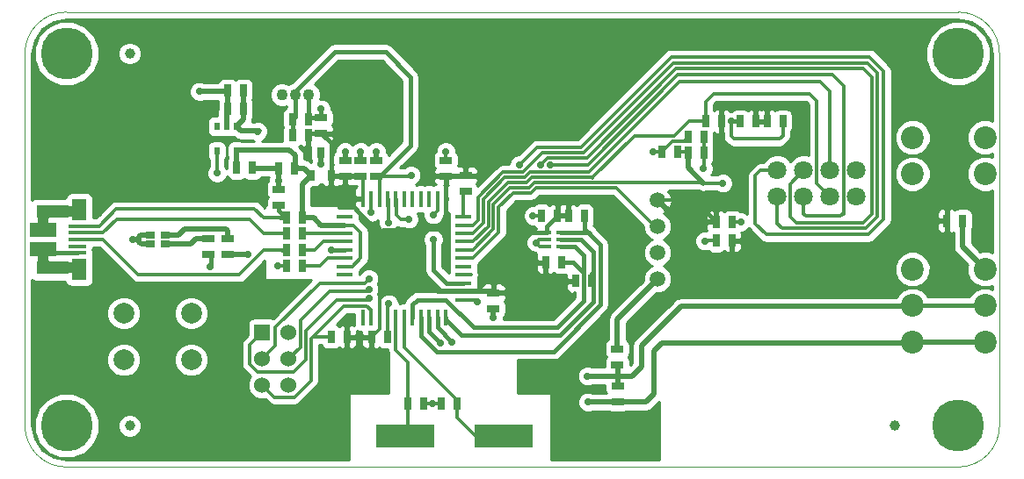
<source format=gtl>
G04 #@! TF.FileFunction,Copper,L1,Top,Signal*
%FSLAX46Y46*%
G04 Gerber Fmt 4.6, Leading zero omitted, Abs format (unit mm)*
G04 Created by KiCad (PCBNEW (2015-01-16 BZR 5376)-product) date 23/06/2015 13:59:23*
%MOMM*%
G01*
G04 APERTURE LIST*
%ADD10C,0.150000*%
%ADD11C,0.100000*%
%ADD12R,0.406400X1.524000*%
%ADD13R,1.524000X0.406400*%
%ADD14R,0.635000X1.143000*%
%ADD15R,1.143000X0.635000*%
%ADD16C,1.800000*%
%ADD17R,5.600000X2.200000*%
%ADD18R,1.750000X0.400000*%
%ADD19R,1.460000X2.000000*%
%ADD20R,3.150000X1.300000*%
%ADD21R,2.500000X1.425000*%
%ADD22R,1.524000X1.524000*%
%ADD23C,1.524000*%
%ADD24C,2.200000*%
%ADD25C,1.100000*%
%ADD26R,0.900000X0.400000*%
%ADD27C,2.000000*%
%ADD28C,1.500000*%
%ADD29C,5.000000*%
%ADD30R,0.800100X1.000760*%
%ADD31R,0.850000X0.650000*%
%ADD32C,1.000000*%
%ADD33R,0.550000X0.800000*%
%ADD34C,0.700000*%
%ADD35C,0.300000*%
%ADD36C,0.400000*%
%ADD37C,0.500000*%
%ADD38C,1.000000*%
%ADD39C,0.254000*%
G04 APERTURE END LIST*
D10*
D11*
X79767400Y39916100D02*
X-6110000Y39916100D01*
X83767900Y35915600D02*
G75*
G03X79767400Y39916100I-4000500J0D01*
G01*
X83767900Y0D02*
X83767900Y35915600D01*
X79767400Y-4000500D02*
G75*
G03X83767900Y0I0J4000500D01*
G01*
X-6110000Y-4000500D02*
X79767400Y-4000500D01*
X-10110500Y0D02*
G75*
G03X-6110000Y-4000500I4000500J0D01*
G01*
X-10110500Y35915600D02*
X-10110500Y0D01*
X-6110000Y39916100D02*
G75*
G03X-10110500Y35915600I0J-4000500D01*
G01*
D12*
X26428718Y21872818D03*
X25628618Y21872818D03*
X24828518Y21872818D03*
X24028418Y21872818D03*
X23228318Y21872818D03*
X22428218Y21872818D03*
X27228818Y21872818D03*
X28028918Y21872818D03*
X28829018Y21872818D03*
X29629118Y21872818D03*
X30429218Y21872818D03*
X26428718Y10442818D03*
X25628618Y10442818D03*
X24828518Y10442818D03*
X24028418Y10442818D03*
X23228318Y10442818D03*
X22428218Y10442818D03*
X27228818Y10442818D03*
X28028918Y10442818D03*
X28829018Y10442818D03*
X29629118Y10442818D03*
X30429218Y10442818D03*
D13*
X20713718Y16157818D03*
X32143718Y16157818D03*
X20713718Y15357718D03*
X32143718Y15357718D03*
X32143718Y14557618D03*
X20713718Y14557618D03*
X20713718Y13757518D03*
X32143718Y13757518D03*
X32143718Y12957418D03*
X20713718Y12957418D03*
X20713718Y12157318D03*
X32143718Y12157318D03*
X32143718Y16957918D03*
X20713718Y16957918D03*
X20713718Y17758018D03*
X32143718Y17758018D03*
X32143718Y18558118D03*
X20713718Y18558118D03*
X20713718Y19358218D03*
X32143718Y19358218D03*
X32143718Y20158318D03*
X20713718Y20158318D03*
D14*
X15066718Y16957818D03*
X16590718Y16957818D03*
X55466718Y29357818D03*
X56990718Y29357818D03*
X41590718Y15757818D03*
X40066718Y15757818D03*
X43790718Y20257818D03*
X42266718Y20257818D03*
X15666718Y28057818D03*
X17190718Y28057818D03*
D15*
X32328718Y22595818D03*
X32328718Y24119818D03*
D14*
X19366718Y8557818D03*
X20890718Y8557818D03*
X44490718Y13957818D03*
X42966718Y13957818D03*
X15066718Y18557818D03*
X16590718Y18557818D03*
X53766718Y26357818D03*
X55290718Y26357818D03*
X56466718Y17857818D03*
X57990718Y17857818D03*
X41190718Y20257818D03*
X39666718Y20257818D03*
D15*
X23728718Y24095818D03*
X23728718Y25619818D03*
D14*
X23266718Y8557818D03*
X24790718Y8557818D03*
D15*
X35028718Y12819818D03*
X35028718Y11295818D03*
X30428718Y24095818D03*
X30428718Y25619818D03*
X22228718Y24095818D03*
X22228718Y25619818D03*
D14*
X15666718Y29557818D03*
X17190718Y29557818D03*
X55290718Y27857818D03*
X53766718Y27857818D03*
X52740718Y26407818D03*
X51216718Y26407818D03*
X56466718Y19657818D03*
X57990718Y19657818D03*
X78688000Y19775000D03*
X80212000Y19775000D03*
X15890718Y24857818D03*
X14366718Y24857818D03*
D15*
X20728718Y24095818D03*
X20728718Y25619818D03*
D14*
X61366718Y29357818D03*
X62890718Y29357818D03*
X60290718Y29357818D03*
X58766718Y29357818D03*
X31490718Y2157818D03*
X29966718Y2157818D03*
D15*
X18428718Y28195818D03*
X18428718Y29719818D03*
D14*
X16590718Y15457818D03*
X15066718Y15457818D03*
X26766718Y2157818D03*
X28290718Y2157818D03*
D16*
X69991618Y24634018D03*
X69991618Y22094018D03*
X67451618Y24634018D03*
X67451618Y22094018D03*
X64911618Y24634018D03*
X64911618Y22094018D03*
X62371618Y24634018D03*
X62371618Y22094018D03*
D17*
X26478718Y-1042182D03*
X35978718Y-1042182D03*
D18*
X-5078962Y19255278D03*
X-5078962Y18605278D03*
X-5078962Y17955278D03*
X-5078962Y17305278D03*
X-5078962Y16655278D03*
D19*
X-4873962Y20855278D03*
X-4873962Y15055278D03*
D20*
X-7428962Y20680278D03*
X-7428962Y15230278D03*
D21*
X-8403962Y18917778D03*
X-8403962Y16992778D03*
D22*
X12758718Y8997818D03*
D23*
X15298718Y8997818D03*
X12758718Y6457818D03*
X15298718Y6457818D03*
X12758718Y3917818D03*
X15298718Y3917818D03*
D15*
X14328718Y21295818D03*
X14328718Y22819818D03*
D14*
X15066718Y20057818D03*
X16590718Y20057818D03*
D24*
X82374118Y8091118D03*
X82374118Y11591118D03*
X82374118Y15091118D03*
X75374118Y8091118D03*
X75374118Y11591118D03*
X75374118Y15091118D03*
X82383008Y24310228D03*
X82383008Y27810228D03*
X75383008Y24310228D03*
X75383008Y27810228D03*
D25*
X17228718Y31957818D03*
X15928718Y31957818D03*
X14628718Y31957818D03*
D26*
X40128718Y18607818D03*
X40128718Y17957818D03*
X40128718Y17307818D03*
X41528718Y17307818D03*
X41528718Y17957818D03*
X41528718Y18607818D03*
D27*
X5906726Y10848998D03*
X5906726Y6348998D03*
X-593274Y6348998D03*
X-593274Y10848998D03*
D15*
X7591438Y16483158D03*
X7591438Y18007158D03*
X9422778Y16518718D03*
X9422778Y18042718D03*
D28*
X50828718Y21767818D03*
X50828718Y19227818D03*
X50828718Y16687818D03*
X50828718Y14147818D03*
D29*
X-6110000Y35915600D03*
X-6110000Y0D03*
X79767400Y0D03*
X79767400Y35915600D03*
D30*
X18428718Y26357638D03*
X19381218Y24157998D03*
X17476218Y24157998D03*
D31*
X3381726Y17532628D03*
X3381726Y18382628D03*
X1931726Y17532628D03*
X1931726Y18382628D03*
D32*
X0Y35915600D03*
X73656400Y0D03*
X0Y0D03*
D14*
X10937000Y30550000D03*
X9413000Y30550000D03*
X10937000Y32350000D03*
X9413000Y32350000D03*
X10263000Y24875000D03*
X11787000Y24875000D03*
D15*
X47000000Y3812000D03*
X47000000Y2288000D03*
X46950000Y7412000D03*
X46950000Y5888000D03*
D33*
X10275000Y28875000D03*
X9325000Y28875000D03*
X8375000Y28875000D03*
X8375000Y26475000D03*
X10275000Y26475000D03*
D34*
X27096098Y24161578D03*
X55241838Y24819438D03*
X15328718Y12657818D03*
X55362488Y17819198D03*
X26900000Y19925000D03*
X44075000Y4775000D03*
X31043258Y8080838D03*
X7741298Y15319838D03*
X11360798Y16516178D03*
X29928718Y7957818D03*
X23028718Y12257818D03*
X37528718Y25157818D03*
X40528718Y25157818D03*
X23028718Y13157818D03*
X39528718Y25157818D03*
X23028718Y14157818D03*
X29222078Y17956358D03*
X57108738Y23397038D03*
X6700000Y32250000D03*
X14228718Y15457818D03*
X20728718Y26457818D03*
X23228718Y20557818D03*
X22228718Y26457818D03*
X23728718Y26457818D03*
X29228718Y20357818D03*
X30428718Y26457818D03*
X24928718Y11757818D03*
X29128718Y2157818D03*
X33428718Y11957818D03*
X19428718Y16957818D03*
X35028718Y10457818D03*
X14328718Y23657818D03*
X18428718Y30557818D03*
X38828718Y20257818D03*
X39128718Y17657818D03*
X50378718Y26457818D03*
X58828718Y19657818D03*
X57928718Y29357818D03*
X281318Y18004618D03*
X18428718Y25257818D03*
X8400000Y24375000D03*
X24875000Y19600000D03*
X12325000Y28400000D03*
X44100000Y2275000D03*
D35*
X24028418Y23796118D02*
X23728718Y24095818D01*
X24028418Y21872818D02*
X24028418Y23796118D01*
D36*
X15928718Y29819818D02*
X15928718Y31957818D01*
X15666718Y29557818D02*
X15928718Y29819818D01*
X15666718Y28057818D02*
X15666718Y29557818D01*
X27028718Y27057818D02*
X24066718Y24095818D01*
X27028718Y27357818D02*
X27028718Y27057818D01*
X24066718Y24095818D02*
X23728718Y24095818D01*
X27028718Y33657818D02*
X27028718Y27357818D01*
X24628718Y36057818D02*
X27028718Y33657818D01*
X19728718Y36057818D02*
X24628718Y36057818D01*
X15928718Y32257818D02*
X19728718Y36057818D01*
X15928718Y31957818D02*
X15928718Y32257818D01*
D35*
X55290718Y27857818D02*
X55290718Y26357818D01*
X27030338Y24095818D02*
X27096098Y24161578D01*
X23728718Y24095818D02*
X27030338Y24095818D01*
X55241838Y24819438D02*
X55290718Y24868318D01*
X55290718Y24868318D02*
X55290718Y26357818D01*
X30429218Y21872818D02*
X30450000Y21852036D01*
X30450000Y21852036D02*
X30450000Y19325000D01*
X24375000Y18900000D02*
X24030768Y18555768D01*
X30175000Y18900000D02*
X24375000Y18900000D01*
X30350000Y19075000D02*
X30175000Y18900000D01*
X30375000Y19075000D02*
X30350000Y19075000D01*
X30400000Y19075000D02*
X30375000Y19075000D01*
X30400000Y19125000D02*
X30400000Y19075000D01*
X30400000Y19325000D02*
X30400000Y19125000D01*
X30450000Y19325000D02*
X30400000Y19325000D01*
D37*
X19443398Y24095818D02*
X19381218Y24157998D01*
X20728718Y24095818D02*
X19443398Y24095818D01*
D35*
X22428218Y23896318D02*
X22228718Y24095818D01*
X22428218Y21872818D02*
X22428218Y23896318D01*
D37*
X23028718Y19557818D02*
X24030768Y18555768D01*
X24030768Y18555768D02*
X24128718Y18457818D01*
D35*
X23095598Y19557818D02*
X23028718Y19557818D01*
X30429218Y24095318D02*
X30428718Y24095818D01*
X30429218Y21872818D02*
X30429218Y24095318D01*
X32304718Y24095818D02*
X32328718Y24119818D01*
X30428718Y24095818D02*
X32304718Y24095818D01*
X24028418Y9319518D02*
X23266718Y8557818D01*
X24028418Y10442818D02*
X24028418Y9319518D01*
X24028418Y18558118D02*
X24128718Y18457818D01*
X24028418Y10442818D02*
X24028418Y18558118D01*
D37*
X29629118Y12957418D02*
X26428718Y16157818D01*
X26428718Y16157818D02*
X24128718Y18457818D01*
X32143718Y12957418D02*
X29629118Y12957418D01*
X32143718Y12957418D02*
X34959118Y12957418D01*
X34959518Y12957818D02*
X34959118Y12957418D01*
X35166718Y12957818D02*
X34959518Y12957818D01*
D36*
X17328718Y28195818D02*
X17190718Y28057818D01*
X18428718Y28195818D02*
X17328718Y28195818D01*
X19381218Y27243318D02*
X18428718Y28195818D01*
X19381218Y24157998D02*
X19381218Y27243318D01*
X55199423Y20925113D02*
X56466718Y19657818D01*
X55166718Y20957818D02*
X55199423Y20925113D01*
X56990718Y29357818D02*
X56990718Y29919818D01*
D35*
X56990718Y30523098D02*
X57317018Y30849398D01*
X57317018Y30849398D02*
X60071648Y30849398D01*
X60071648Y30849398D02*
X60290718Y30630328D01*
X60290718Y30630328D02*
X60290718Y29357818D01*
X56990718Y29357818D02*
X56990718Y30523098D01*
X53662463Y20925113D02*
X52819758Y21767818D01*
X52819758Y21767818D02*
X50828718Y21767818D01*
X55199423Y20925113D02*
X53662463Y20925113D01*
D36*
X40128718Y19195818D02*
X41190718Y20257818D01*
X40128718Y18607818D02*
X40128718Y19195818D01*
X40558678Y13957818D02*
X40066718Y14449778D01*
X40066718Y14449778D02*
X40066718Y15757818D01*
X42966718Y13957818D02*
X40558678Y13957818D01*
X38286238Y15757818D02*
X37550738Y16493318D01*
X37550738Y16493318D02*
X37550738Y17963978D01*
X37550738Y17963978D02*
X38194578Y18607818D01*
X38194578Y18607818D02*
X40128718Y18607818D01*
X40066718Y15757818D02*
X38286238Y15757818D01*
X23071478Y19557818D02*
X20641958Y21987338D01*
X23095598Y19557818D02*
X23071478Y19557818D01*
D37*
X15890718Y24857818D02*
X15925000Y24892100D01*
X15925000Y24892100D02*
X15925000Y26050000D01*
X15375000Y26600000D02*
X10400000Y26600000D01*
X15925000Y26050000D02*
X15375000Y26600000D01*
X10400000Y26600000D02*
X10275000Y26475000D01*
D35*
X16125000Y25092100D02*
X15890718Y24857818D01*
X10275000Y26475000D02*
X10263000Y26463000D01*
D37*
X10263000Y26463000D02*
X10263000Y24875000D01*
D35*
X21428618Y15357718D02*
X22228718Y16157818D01*
X22228718Y16157818D02*
X22228718Y18657818D01*
X22228718Y18657818D02*
X21528318Y19358218D01*
X21528318Y19358218D02*
X20713718Y19358218D01*
X20713718Y15357718D02*
X21428618Y15357718D01*
D37*
X18428318Y19358218D02*
X17728718Y20057818D01*
X17728718Y20057818D02*
X16590718Y20057818D01*
X20713718Y19358218D02*
X18428318Y19358218D01*
X16590718Y20057818D02*
X16590718Y23272498D01*
X15890718Y24857818D02*
X16776398Y24857818D01*
D35*
X17414038Y24095818D02*
X17476218Y24157998D01*
D37*
X17414038Y24095818D02*
X17476218Y24157998D01*
X16590718Y23272498D02*
X17476218Y24157998D01*
X16776398Y24857818D02*
X17476218Y24157998D01*
D35*
X50828718Y18957818D02*
X46828718Y22957818D01*
X46828718Y22957818D02*
X39128718Y22957818D01*
X39128718Y22957818D02*
X38628718Y22457818D01*
X35528718Y18657818D02*
X33028718Y16157818D01*
X33028718Y16157818D02*
X32143718Y16157818D01*
X50828718Y18957818D02*
X50828718Y18957818D01*
X36898720Y22457818D02*
X35528718Y21087816D01*
X35528718Y21087816D02*
X35528718Y18657818D01*
X38628718Y22457818D02*
X36898720Y22457818D01*
X55401108Y17857818D02*
X55362488Y17819198D01*
X56466718Y17857818D02*
X55401108Y17857818D01*
X26900000Y19925000D02*
X26850000Y19875000D01*
X25650000Y20350000D02*
X26125000Y19875000D01*
X25650000Y20425000D02*
X25650000Y20350000D01*
X25650000Y20425000D02*
X25650000Y21851436D01*
X26850000Y19875000D02*
X26125000Y19875000D01*
X25628618Y21872818D02*
X25650000Y21851436D01*
X26850000Y19925000D02*
X26825000Y19900000D01*
X26900000Y19925000D02*
X26850000Y19925000D01*
D37*
X47050000Y4725000D02*
X47000000Y4775000D01*
X47000000Y4775000D02*
X44075000Y4775000D01*
X53075000Y11500000D02*
X75283000Y11500000D01*
X49275000Y7700000D02*
X53075000Y11500000D01*
X49275000Y5700000D02*
X49275000Y7700000D01*
X48350000Y4775000D02*
X49275000Y5700000D01*
X48325000Y4775000D02*
X48350000Y4775000D01*
X48325000Y4725000D02*
X48325000Y4775000D01*
X47050000Y4725000D02*
X48325000Y4725000D01*
X75283000Y11500000D02*
X75374118Y11591118D01*
X46950000Y5888000D02*
X47000000Y5838000D01*
X47000000Y5838000D02*
X47000000Y4775000D01*
X47000000Y4775000D02*
X47000000Y3812000D01*
D36*
X82374118Y11591118D02*
X75374118Y11591118D01*
X27228818Y11657918D02*
X27728718Y12157818D01*
X27728718Y12157818D02*
X30428718Y12157818D01*
X30428718Y12157818D02*
X33128718Y9457818D01*
X33128718Y9457818D02*
X41128718Y9457818D01*
X41128718Y9457818D02*
X43728718Y12057818D01*
X43728718Y14557818D02*
X43728718Y16457818D01*
X43728718Y12057818D02*
X43728718Y14557818D01*
X43728718Y16457818D02*
X42878718Y17307818D01*
X42878718Y17307818D02*
X41528718Y17307818D01*
X27228818Y10442818D02*
X27228818Y11657918D01*
X43728718Y14757818D02*
X42728718Y15757818D01*
X42728718Y15757818D02*
X41590718Y15757818D01*
X43728718Y14557818D02*
X43728718Y14757818D01*
X28028918Y8657618D02*
X29528718Y7157818D01*
X29528718Y7157818D02*
X40828718Y7157818D01*
X40828718Y7157818D02*
X45328718Y11657818D01*
X45328718Y11657818D02*
X45328718Y17457818D01*
X44378718Y18407818D02*
X44178718Y18607818D01*
X44528718Y18257818D02*
X44378718Y18407818D01*
X45328718Y17457818D02*
X44528718Y18257818D01*
X44178718Y18607818D02*
X41528718Y18607818D01*
X28028918Y10442818D02*
X28028918Y8657618D01*
X43790718Y18995818D02*
X43790718Y20257818D01*
X44528718Y18257818D02*
X43790718Y18995818D01*
X29629118Y9487358D02*
X31035638Y8080838D01*
X31035638Y8080838D02*
X31043258Y8080838D01*
X7741298Y15319838D02*
X7776858Y15355398D01*
X7776858Y15355398D02*
X7769238Y16305358D01*
X7769238Y16305358D02*
X7591438Y16483158D01*
X29629118Y10442818D02*
X29629118Y9487358D01*
D37*
X11358258Y16518718D02*
X9422778Y16518718D01*
X11360798Y16516178D02*
X11358258Y16518718D01*
D36*
X29928718Y7957818D02*
X28829018Y9057518D01*
X28829018Y9057518D02*
X28829018Y10442818D01*
X30429218Y10257318D02*
X31928718Y8757818D01*
X43428718Y17957818D02*
X41528718Y17957818D01*
X41428718Y8757818D02*
X31928718Y8757818D01*
X44628718Y11957818D02*
X41428718Y8757818D01*
X44628718Y14757818D02*
X44628718Y11957818D01*
X44628718Y16757818D02*
X44628718Y14757818D01*
X43428718Y17957818D02*
X44628718Y16757818D01*
X30429218Y10442818D02*
X30429218Y10257318D01*
D35*
X44490718Y14619818D02*
X44490718Y13957818D01*
X44628718Y14757818D02*
X44490718Y14619818D01*
X52963458Y33244618D02*
X66448318Y33244618D01*
X52935518Y33244618D02*
X52963458Y33244618D01*
X66448318Y33244618D02*
X67451618Y32241318D01*
X67451618Y32241318D02*
X67451618Y24634018D01*
X44176658Y24457818D02*
X52963458Y33244618D01*
X38028718Y23957818D02*
X38528718Y24457818D01*
X38528718Y24457818D02*
X44128718Y24457818D01*
X33029018Y18558118D02*
X34028718Y19557818D01*
X32143718Y18558118D02*
X33029018Y18558118D01*
X36128718Y23957818D02*
X34028718Y21857818D01*
X34028718Y21857818D02*
X34028718Y19557818D01*
X38028718Y23957818D02*
X36128718Y23957818D01*
X44128718Y24457818D02*
X44176658Y24457818D01*
X34528718Y21593134D02*
X34528718Y19257818D01*
X36393402Y23457818D02*
X34528718Y21593134D01*
X32143718Y17758018D02*
X33028918Y17758018D01*
X33028918Y17758018D02*
X34528718Y19257818D01*
X38728718Y23957818D02*
X44558716Y23957818D01*
X38228718Y23457818D02*
X38728718Y23957818D01*
X38228718Y23457818D02*
X36393402Y23457818D01*
X44558716Y23927820D02*
X44558716Y23957818D01*
X44558716Y23957818D02*
X44558716Y23927820D01*
X48589716Y27988818D02*
X44558716Y23957818D01*
X52459718Y27988818D02*
X48589716Y27988818D01*
X53828718Y29357818D02*
X52459718Y27988818D01*
X55466718Y29357818D02*
X53828718Y29357818D01*
X55466718Y31285098D02*
X56201958Y32020338D01*
X56201958Y32020338D02*
X65447558Y32020338D01*
X65447558Y32020338D02*
X66158758Y31309138D01*
X66158758Y31309138D02*
X66158758Y23386878D01*
X66158758Y23386878D02*
X67451618Y22094018D01*
X55466718Y29357818D02*
X55466718Y30395818D01*
X55466718Y30395818D02*
X55466718Y31285098D01*
X33029118Y19358218D02*
X33528718Y19857818D01*
X37828718Y24457818D02*
X37828718Y24457818D01*
X37828718Y24457818D02*
X38628718Y25257818D01*
X38628718Y25257818D02*
X38628718Y25257818D01*
X32143718Y19358218D02*
X33029118Y19358218D01*
X36628718Y24457818D02*
X35928718Y24457818D01*
X35928718Y24457818D02*
X33528718Y22057818D01*
X33528718Y22057818D02*
X33528718Y19857818D01*
X37828718Y24457818D02*
X36628718Y24457818D01*
X43711918Y26357818D02*
X52351318Y34997218D01*
X52351318Y34997218D02*
X71045718Y34997218D01*
X71045718Y34997218D02*
X72026158Y34016778D01*
X72026158Y34016778D02*
X72026158Y20436668D01*
X62371618Y19462578D02*
X62371618Y22094018D01*
X39728718Y26357818D02*
X43428718Y26357818D01*
X38628718Y25257818D02*
X39728718Y26357818D01*
X43428718Y26357818D02*
X43711918Y26357818D01*
X72026158Y20138218D02*
X70918718Y19030778D01*
X70918718Y19030778D02*
X62803418Y19030778D01*
X62803418Y19030778D02*
X62371618Y19462578D01*
X72026158Y20436668D02*
X72026158Y20138218D01*
X19898220Y12157318D02*
X16928718Y9187816D01*
X16928718Y9187816D02*
X16928718Y6357818D01*
X16928718Y6357818D02*
X15728718Y5157818D01*
X15728718Y5157818D02*
X12328718Y5157818D01*
X12328718Y5157818D02*
X11528718Y5957818D01*
X11528718Y5957818D02*
X11528718Y7767818D01*
X11528718Y7767818D02*
X12758718Y8997818D01*
X20713718Y12157318D02*
X19898220Y12157318D01*
X22928218Y12157318D02*
X23028718Y12257818D01*
X20713718Y12157318D02*
X22928218Y12157318D01*
X37528718Y25157818D02*
X39228718Y26857818D01*
X43054918Y26857818D02*
X43128718Y26857818D01*
X39228718Y26857818D02*
X43054918Y26857818D01*
X37528718Y25157818D02*
X37528718Y25157818D01*
X43449918Y26857818D02*
X52173518Y35581418D01*
X52173518Y35581418D02*
X71248918Y35581418D01*
X71248918Y35581418D02*
X72620518Y34209818D01*
X72620518Y34209818D02*
X72620518Y19884218D01*
X72620518Y19884218D02*
X71172718Y18436418D01*
X71172718Y18436418D02*
X61317518Y18436418D01*
X61317518Y18436418D02*
X60225318Y19528618D01*
X60225318Y19528618D02*
X60225318Y24126018D01*
X60225318Y24126018D02*
X60733318Y24634018D01*
X60733318Y24634018D02*
X62371618Y24634018D01*
X43054918Y26857818D02*
X43449918Y26857818D01*
X16428718Y7587818D02*
X15298718Y6457818D01*
X16428718Y10157818D02*
X16428718Y7587818D01*
X19228318Y12957418D02*
X16428718Y10157818D01*
X20713718Y12957418D02*
X19228318Y12957418D01*
X68747018Y20550968D02*
X68747018Y20455718D01*
X68747018Y20516678D02*
X68449838Y20219498D01*
X68449838Y20219498D02*
X65112278Y20219498D01*
X65112278Y20219498D02*
X64911618Y20420158D01*
X64911618Y20420158D02*
X64911618Y22094018D01*
X68747018Y20550968D02*
X68747018Y20516678D01*
X67695458Y33851678D02*
X68747018Y32800118D01*
X43828718Y25157818D02*
X44112118Y25157818D01*
X40528718Y25157818D02*
X43828718Y25157818D01*
X22828318Y12957418D02*
X23028718Y13157818D01*
X22828318Y12957418D02*
X20713718Y12957418D01*
X44112118Y25157818D02*
X52805978Y33851678D01*
X68747018Y20550968D02*
X68747018Y32800118D01*
X52805978Y33851678D02*
X67695458Y33851678D01*
X18328418Y13757518D02*
X14028718Y9457818D01*
X14028718Y9457818D02*
X14028718Y7727818D01*
X14028718Y7727818D02*
X12758718Y6457818D01*
X20713718Y13757518D02*
X18328418Y13757518D01*
X68007878Y34438418D02*
X68048518Y34438418D01*
X52628178Y34438418D02*
X68007878Y34438418D01*
X43728718Y25857818D02*
X44047578Y25857818D01*
X43728718Y25857818D02*
X40228718Y25857818D01*
X40228718Y25857818D02*
X39528718Y25157818D01*
X22628418Y13757518D02*
X23028718Y14157818D01*
X22628418Y13757518D02*
X20713718Y13757518D01*
X44047578Y25857818D02*
X52628178Y34438418D01*
X71439418Y33666258D02*
X70667258Y34438418D01*
X70667258Y34438418D02*
X70568198Y34438418D01*
X71439418Y31022118D02*
X71439418Y20409998D01*
X70568198Y34438418D02*
X68007878Y34438418D01*
X64911618Y24634018D02*
X63616218Y23338618D01*
X71439418Y20409998D02*
X70603758Y19574338D01*
X70603758Y19574338D02*
X64202958Y19574338D01*
X64202958Y19574338D02*
X63616218Y20161078D01*
X63616218Y20161078D02*
X63616218Y23338618D01*
X71439418Y31022118D02*
X71439418Y33666258D01*
D36*
X29237318Y17941118D02*
X29222078Y17956358D01*
X32143718Y13757518D02*
X30512618Y13757518D01*
X29237318Y15032818D02*
X29237318Y17547418D01*
X30512618Y13757518D02*
X29237318Y15032818D01*
X29237318Y17547418D02*
X29237318Y17941118D01*
D35*
X35028718Y18957818D02*
X33028818Y16957918D01*
X46678718Y23457818D02*
X55178718Y23457818D01*
X38428718Y22957818D02*
X36628718Y22957818D01*
X35028718Y21357818D02*
X35028718Y18957818D01*
X36628718Y22957818D02*
X35028718Y21357818D01*
X38928718Y23457818D02*
X38428718Y22957818D01*
X46678718Y23457818D02*
X38928718Y23457818D01*
X33028818Y16957918D02*
X32143718Y16957918D01*
X53716718Y26407818D02*
X52740718Y26407818D01*
X53766718Y26357818D02*
X53716718Y26407818D01*
X56621678Y23407818D02*
X56632458Y23397038D01*
X56632458Y23397038D02*
X57108738Y23397038D01*
D37*
X53766718Y26357818D02*
X53766718Y24869818D01*
X53766718Y24869818D02*
X55228718Y23407818D01*
D35*
X55228718Y23407818D02*
X56621678Y23407818D01*
X18628918Y17758018D02*
X17828718Y16957818D01*
X17828718Y16957818D02*
X16590718Y16957818D01*
X20713718Y17758018D02*
X18628918Y17758018D01*
X16591018Y18558118D02*
X16590718Y18557818D01*
X20713718Y18558118D02*
X16591018Y18558118D01*
X23228318Y11158218D02*
X22828718Y11557818D01*
X22828718Y11557818D02*
X20628718Y11557818D01*
X17628718Y8557818D02*
X17428718Y8357818D01*
X20628718Y11557818D02*
X17628718Y8557818D01*
X17428718Y8357818D02*
X17428718Y4357818D01*
X17428718Y4357818D02*
X15828718Y2757818D01*
X15828718Y2757818D02*
X13918718Y2757818D01*
X13918718Y2757818D02*
X12758718Y3917818D01*
X23228318Y10442818D02*
X23228318Y11158218D01*
X19366718Y8557818D02*
X17628718Y8557818D01*
D37*
X82374118Y15091118D02*
X80212000Y17253236D01*
X80212000Y17253236D02*
X80212000Y19775000D01*
X50828718Y14147818D02*
X46950000Y10269100D01*
X46950000Y10269100D02*
X46950000Y7412000D01*
X9413000Y30550000D02*
X9325000Y30462000D01*
X9325000Y30462000D02*
X9325000Y28875000D01*
D35*
X11787000Y24875000D02*
X11804182Y24857818D01*
D37*
X11804182Y24857818D02*
X14366718Y24857818D01*
D35*
X9413000Y32350000D02*
X9313000Y32250000D01*
D37*
X9313000Y32250000D02*
X6700000Y32250000D01*
D35*
X9325000Y28875000D02*
X9413000Y28963000D01*
D37*
X9413000Y32350000D02*
X9413000Y30550000D01*
X1025088Y18382628D02*
X880758Y18238298D01*
X1931726Y18382628D02*
X1025088Y18382628D01*
X880758Y18238298D02*
X880758Y17740458D01*
D35*
X15066718Y15457818D02*
X14228718Y15457818D01*
D37*
X20728718Y25619818D02*
X20728718Y26457818D01*
D35*
X23228318Y20558218D02*
X23228718Y20557818D01*
X23228318Y21872818D02*
X23228318Y20558218D01*
D37*
X22228718Y25619818D02*
X22228718Y26457818D01*
X23728718Y25619818D02*
X23728718Y26457818D01*
D35*
X29629118Y20758218D02*
X29228718Y20357818D01*
X29629118Y21872818D02*
X29629118Y20758218D01*
X30428718Y25619818D02*
X30428718Y26457818D01*
X24828518Y8595618D02*
X24790718Y8557818D01*
X24828518Y10442818D02*
X24828518Y8595618D01*
X24828518Y11657618D02*
X24928718Y11757818D01*
X24828518Y10442818D02*
X24828518Y11657618D01*
X29128718Y2157818D02*
X28290718Y2157818D01*
X29966718Y2157818D02*
X29128718Y2157818D01*
X33229218Y12157318D02*
X33428718Y11957818D01*
X32143718Y12157318D02*
X33229218Y12157318D01*
D36*
X19428818Y16957918D02*
X19428718Y16957818D01*
X20713718Y16957918D02*
X19428818Y16957918D01*
D37*
X35028718Y11295818D02*
X35028718Y10457818D01*
X14328718Y23557818D02*
X14328718Y23657818D01*
X14328718Y22819818D02*
X14328718Y23557818D01*
D38*
X-8403962Y20180278D02*
X-7903962Y20680278D01*
X-8403962Y18917778D02*
X-8403962Y20180278D01*
X-5173962Y20680278D02*
X-4873962Y20380278D01*
X-7903962Y20680278D02*
X-5173962Y20680278D01*
X-8403962Y15730278D02*
X-7903962Y15230278D01*
X-8403962Y16992778D02*
X-8403962Y15730278D01*
X-5173962Y15230278D02*
X-4873962Y15530278D01*
X-7903962Y15230278D02*
X-5173962Y15230278D01*
D36*
X17190718Y31919818D02*
X17228718Y31957818D01*
X17190718Y29557818D02*
X17190718Y31919818D01*
X18428718Y29719818D02*
X18428718Y30557818D01*
X17352718Y29719818D02*
X17190718Y29557818D01*
X18428718Y29719818D02*
X17352718Y29719818D01*
D35*
X39666718Y20257818D02*
X38828718Y20257818D01*
X39478718Y17307818D02*
X39128718Y17657818D01*
X39428718Y17957818D02*
X40128718Y17957818D01*
X39428718Y17957818D02*
X39128718Y17657818D01*
X40128718Y17307818D02*
X39478718Y17307818D01*
D37*
X14328718Y24819818D02*
X14366718Y24857818D01*
X14328718Y23557818D02*
X14328718Y24819818D01*
D35*
X53366718Y27457818D02*
X52266718Y27457818D01*
X52266718Y27457818D02*
X51216718Y26407818D01*
X53766718Y27857818D02*
X53366718Y27457818D01*
X51166718Y26457818D02*
X50378718Y26457818D01*
X51216718Y26407818D02*
X51166718Y26457818D01*
X57990718Y19657818D02*
X58828718Y19657818D01*
D36*
X-8066462Y16655278D02*
X-8403962Y16992778D01*
X-5078962Y16655278D02*
X-8066462Y16655278D01*
D35*
X62890718Y27987758D02*
X62567198Y27664238D01*
X62567198Y27664238D02*
X58193318Y27664238D01*
X58193318Y27664238D02*
X57928718Y27928838D01*
X57928718Y27928838D02*
X57928718Y29357818D01*
D36*
X57928718Y29357818D02*
X58766718Y29357818D01*
D35*
X62890718Y29357818D02*
X62890718Y27987758D01*
D37*
X880758Y17740458D02*
X1088588Y17532628D01*
X1088588Y17532628D02*
X1931726Y17532628D01*
X880758Y17862378D02*
X738518Y18004618D01*
X738518Y18004618D02*
X281318Y18004618D01*
X880758Y17740458D02*
X880758Y17862378D01*
X18428718Y26357638D02*
X18428718Y25257818D01*
D35*
X19028718Y16157818D02*
X18328718Y15457818D01*
X18328718Y15457818D02*
X16590718Y15457818D01*
X20713718Y16157818D02*
X19028718Y16157818D01*
X26766718Y-754182D02*
X26478718Y-1042182D01*
X26766718Y2157818D02*
X26766718Y-754182D01*
X26766718Y6119818D02*
X25628618Y7257918D01*
X25628618Y7257918D02*
X25628618Y10442818D01*
X26766718Y2157818D02*
X26766718Y6119818D01*
X33328718Y-1042182D02*
X31490718Y795818D01*
X31490718Y795818D02*
X31490718Y2157818D01*
X35978718Y-1042182D02*
X33328718Y-1042182D01*
X26428718Y7557818D02*
X31490718Y2495818D01*
X31490718Y2495818D02*
X31490718Y2157818D01*
X26428718Y10442818D02*
X26428718Y7557818D01*
D36*
X14528718Y20057818D02*
X15066718Y20057818D01*
X14328718Y20795818D02*
X15066718Y20057818D01*
X14328718Y21295818D02*
X14328718Y20795818D01*
D35*
X-2968902Y19255278D02*
X-1298562Y20925618D01*
X-1298562Y20925618D02*
X11983098Y20925618D01*
X11983098Y20925618D02*
X12850898Y20057818D01*
X12850898Y20057818D02*
X15066718Y20057818D01*
X-5078962Y19255278D02*
X-2968902Y19255278D01*
D36*
X15016718Y18607818D02*
X15066718Y18557818D01*
D35*
X-2605442Y18605278D02*
X-1263002Y19947718D01*
X-1263002Y19947718D02*
X11503038Y19947718D01*
X11503038Y19947718D02*
X12892938Y18557818D01*
X12892938Y18557818D02*
X15066718Y18557818D01*
X-5078962Y18605278D02*
X-2605442Y18605278D01*
D36*
X14628718Y16957818D02*
X15066718Y16957818D01*
D35*
X-2577642Y17955278D02*
X802018Y14575618D01*
X802018Y14575618D02*
X10517518Y14575618D01*
X10517518Y14575618D02*
X12899718Y16957818D01*
X12899718Y16957818D02*
X15066718Y16957818D01*
X-5078962Y17955278D02*
X-2577642Y17955278D01*
D37*
X7591438Y18007158D02*
X6329058Y18007158D01*
X6329058Y18007158D02*
X5854528Y17532628D01*
X5854528Y17532628D02*
X3381726Y17532628D01*
X9422778Y18042718D02*
X9422778Y18819958D01*
X9422778Y18819958D02*
X9242438Y19000298D01*
X9242438Y19000298D02*
X5310518Y19000298D01*
X5310518Y19000298D02*
X4692848Y18382628D01*
X4692848Y18382628D02*
X3381726Y18382628D01*
D35*
X8375000Y26475000D02*
X8400000Y26450000D01*
X8400000Y26450000D02*
X8400000Y24375000D01*
X24875000Y19600000D02*
X24875000Y21826336D01*
X24875000Y21826336D02*
X24828518Y21872818D01*
X32143718Y22410818D02*
X32328718Y22595818D01*
X32143718Y20158318D02*
X32143718Y22410818D01*
X32828518Y14557618D02*
X32143718Y14557618D01*
D37*
X10725000Y28425000D02*
X10275000Y28875000D01*
X12425000Y28425000D02*
X10725000Y28425000D01*
X12400000Y28400000D02*
X12425000Y28425000D01*
X12325000Y28400000D02*
X12400000Y28400000D01*
X47000000Y2288000D02*
X46987000Y2275000D01*
X46987000Y2275000D02*
X44100000Y2275000D01*
X47000000Y2288000D02*
X47013000Y2275000D01*
X47013000Y2275000D02*
X49700000Y2275000D01*
X49700000Y2275000D02*
X49700000Y2300000D01*
X49700000Y2300000D02*
X50500000Y3100000D01*
X50500000Y3100000D02*
X50500000Y7225000D01*
X50500000Y7225000D02*
X51225000Y7950000D01*
X51225000Y7950000D02*
X75233000Y7950000D01*
X75233000Y7950000D02*
X75374118Y8091118D01*
X82374118Y8091118D02*
X75374118Y8091118D01*
D35*
X46975000Y2438000D02*
X46925000Y2388000D01*
D37*
X10275000Y28875000D02*
X10937000Y29537000D01*
X10937000Y29537000D02*
X10937000Y30550000D01*
X10937000Y32350000D02*
X10937000Y30550000D01*
D39*
G36*
X15492465Y8983676D02*
X15312860Y8804071D01*
X15298718Y8818213D01*
X15284575Y8804071D01*
X15104970Y8983676D01*
X15119113Y8997818D01*
X15104970Y9011961D01*
X15284575Y9191566D01*
X15298718Y9177423D01*
X15312860Y9191566D01*
X15492465Y9011961D01*
X15478323Y8997818D01*
X15492465Y8983676D01*
X15492465Y8983676D01*
G37*
X15492465Y8983676D02*
X15312860Y8804071D01*
X15298718Y8818213D01*
X15284575Y8804071D01*
X15104970Y8983676D01*
X15119113Y8997818D01*
X15104970Y9011961D01*
X15284575Y9191566D01*
X15298718Y9177423D01*
X15312860Y9191566D01*
X15492465Y9011961D01*
X15478323Y8997818D01*
X15492465Y8983676D01*
G36*
X17478656Y25538333D02*
X17443890Y25454606D01*
X17443878Y25441918D01*
X17402188Y25483608D01*
X17115073Y25675451D01*
X17058882Y25686629D01*
X16810000Y25736135D01*
X16810000Y26050000D01*
X16742633Y26388675D01*
X16550790Y26675790D01*
X16550786Y26675793D01*
X16295375Y26931204D01*
X16437165Y27024345D01*
X16513520Y26947991D01*
X16746909Y26851318D01*
X16904968Y26851318D01*
X17063718Y27010068D01*
X17063718Y27930818D01*
X17043718Y27930818D01*
X17043718Y28184818D01*
X17063718Y28184818D01*
X17063718Y28204818D01*
X17317718Y28204818D01*
X17317718Y28184818D01*
X17337718Y28184818D01*
X17337718Y28025568D01*
X17222218Y27910068D01*
X17222218Y27752009D01*
X17317718Y27521452D01*
X17317718Y27010068D01*
X17396017Y26931769D01*
X17381228Y26858018D01*
X17381228Y25857258D01*
X17428205Y25615135D01*
X17478656Y25538333D01*
X17478656Y25538333D01*
G37*
X17478656Y25538333D02*
X17443890Y25454606D01*
X17443878Y25441918D01*
X17402188Y25483608D01*
X17115073Y25675451D01*
X17058882Y25686629D01*
X16810000Y25736135D01*
X16810000Y26050000D01*
X16742633Y26388675D01*
X16550790Y26675790D01*
X16550786Y26675793D01*
X16295375Y26931204D01*
X16437165Y27024345D01*
X16513520Y26947991D01*
X16746909Y26851318D01*
X16904968Y26851318D01*
X17063718Y27010068D01*
X17063718Y27930818D01*
X17043718Y27930818D01*
X17043718Y28184818D01*
X17063718Y28184818D01*
X17063718Y28204818D01*
X17317718Y28204818D01*
X17317718Y28184818D01*
X17337718Y28184818D01*
X17337718Y28025568D01*
X17222218Y27910068D01*
X17222218Y27752009D01*
X17317718Y27521452D01*
X17317718Y27010068D01*
X17396017Y26931769D01*
X17381228Y26858018D01*
X17381228Y25857258D01*
X17428205Y25615135D01*
X17478656Y25538333D01*
G36*
X22377678Y21725818D02*
X22326618Y21725818D01*
X22326618Y21745818D01*
X21748768Y21745818D01*
X21590018Y21587068D01*
X21590018Y21237127D01*
X21590018Y20986037D01*
X21475718Y21008958D01*
X20601718Y21008958D01*
X20601718Y23302068D01*
X20601718Y23968818D01*
X20319698Y23968818D01*
X20257518Y24030998D01*
X19508218Y24030998D01*
X19508218Y23181368D01*
X19666968Y23022618D01*
X19907577Y23022618D01*
X20140966Y23119291D01*
X20164993Y23143318D01*
X20283527Y23143318D01*
X20442968Y23143318D01*
X20601718Y23302068D01*
X20601718Y21008958D01*
X20055718Y21008958D01*
X20055718Y21284818D01*
X17475718Y21284818D01*
X17475718Y22905919D01*
X17579977Y23010178D01*
X17876268Y23010178D01*
X18118391Y23057155D01*
X18331195Y23196945D01*
X18426303Y23337844D01*
X18442841Y23297919D01*
X18621470Y23119291D01*
X18854859Y23022618D01*
X19095468Y23022618D01*
X19254218Y23181368D01*
X19254218Y24030998D01*
X19234218Y24030998D01*
X19234218Y24284998D01*
X19254218Y24284998D01*
X19254218Y24304998D01*
X19508218Y24304998D01*
X19508218Y24284998D01*
X19618788Y24284998D01*
X19680968Y24222818D01*
X20601718Y24222818D01*
X20601718Y24242818D01*
X20855718Y24242818D01*
X20855718Y24222818D01*
X21180968Y24222818D01*
X21776468Y24222818D01*
X22101718Y24222818D01*
X22101718Y24242818D01*
X22355718Y24242818D01*
X22355718Y24222818D01*
X22375718Y24222818D01*
X22375718Y23968818D01*
X22355718Y23968818D01*
X22355718Y23948818D01*
X22101718Y23948818D01*
X22101718Y23968818D01*
X21776468Y23968818D01*
X21180968Y23968818D01*
X20855718Y23968818D01*
X20855718Y23302068D01*
X21014468Y23143318D01*
X21173909Y23143318D01*
X21426528Y23143318D01*
X21478718Y23164936D01*
X21530908Y23143318D01*
X21783527Y23143318D01*
X21835492Y23143318D01*
X21686691Y22994517D01*
X21590018Y22761128D01*
X21590018Y22508509D01*
X21590018Y22158568D01*
X21748768Y21999818D01*
X22326618Y21999818D01*
X22326618Y22019818D01*
X22377678Y22019818D01*
X22377678Y21725818D01*
X22377678Y21725818D01*
G37*
X22377678Y21725818D02*
X22326618Y21725818D01*
X22326618Y21745818D01*
X21748768Y21745818D01*
X21590018Y21587068D01*
X21590018Y21237127D01*
X21590018Y20986037D01*
X21475718Y21008958D01*
X20601718Y21008958D01*
X20601718Y23302068D01*
X20601718Y23968818D01*
X20319698Y23968818D01*
X20257518Y24030998D01*
X19508218Y24030998D01*
X19508218Y23181368D01*
X19666968Y23022618D01*
X19907577Y23022618D01*
X20140966Y23119291D01*
X20164993Y23143318D01*
X20283527Y23143318D01*
X20442968Y23143318D01*
X20601718Y23302068D01*
X20601718Y21008958D01*
X20055718Y21008958D01*
X20055718Y21284818D01*
X17475718Y21284818D01*
X17475718Y22905919D01*
X17579977Y23010178D01*
X17876268Y23010178D01*
X18118391Y23057155D01*
X18331195Y23196945D01*
X18426303Y23337844D01*
X18442841Y23297919D01*
X18621470Y23119291D01*
X18854859Y23022618D01*
X19095468Y23022618D01*
X19254218Y23181368D01*
X19254218Y24030998D01*
X19234218Y24030998D01*
X19234218Y24284998D01*
X19254218Y24284998D01*
X19254218Y24304998D01*
X19508218Y24304998D01*
X19508218Y24284998D01*
X19618788Y24284998D01*
X19680968Y24222818D01*
X20601718Y24222818D01*
X20601718Y24242818D01*
X20855718Y24242818D01*
X20855718Y24222818D01*
X21180968Y24222818D01*
X21776468Y24222818D01*
X22101718Y24222818D01*
X22101718Y24242818D01*
X22355718Y24242818D01*
X22355718Y24222818D01*
X22375718Y24222818D01*
X22375718Y23968818D01*
X22355718Y23968818D01*
X22355718Y23948818D01*
X22101718Y23948818D01*
X22101718Y23968818D01*
X21776468Y23968818D01*
X21180968Y23968818D01*
X20855718Y23968818D01*
X20855718Y23302068D01*
X21014468Y23143318D01*
X21173909Y23143318D01*
X21426528Y23143318D01*
X21478718Y23164936D01*
X21530908Y23143318D01*
X21783527Y23143318D01*
X21835492Y23143318D01*
X21686691Y22994517D01*
X21590018Y22761128D01*
X21590018Y22508509D01*
X21590018Y22158568D01*
X21748768Y21999818D01*
X22326618Y21999818D01*
X22326618Y22019818D01*
X22377678Y22019818D01*
X22377678Y21725818D01*
G36*
X24901718Y3184818D02*
X23139718Y3184818D01*
X23139718Y7510068D01*
X23139718Y8430818D01*
X22472968Y8430818D01*
X22314218Y8272068D01*
X22314218Y8112627D01*
X22314218Y7860008D01*
X22410891Y7626619D01*
X22589520Y7447991D01*
X22822909Y7351318D01*
X22980968Y7351318D01*
X23139718Y7510068D01*
X23139718Y3184818D01*
X21843218Y3184818D01*
X21843218Y7860008D01*
X21843218Y8112627D01*
X21843218Y8272068D01*
X21684468Y8430818D01*
X21017718Y8430818D01*
X21017718Y7510068D01*
X21176468Y7351318D01*
X21334527Y7351318D01*
X21567916Y7447991D01*
X21746545Y7626619D01*
X21843218Y7860008D01*
X21843218Y3184818D01*
X21101718Y3184818D01*
X21101718Y-3315500D01*
X7542010Y-3315500D01*
X7542010Y6672793D01*
X7542010Y11172793D01*
X7293620Y11773941D01*
X6834089Y12234276D01*
X6233374Y12483714D01*
X5582931Y12484282D01*
X4981783Y12235892D01*
X4521448Y11776361D01*
X4272010Y11175646D01*
X4271442Y10525203D01*
X4519832Y9924055D01*
X4979363Y9463720D01*
X5580078Y9214282D01*
X6230521Y9213714D01*
X6831669Y9462104D01*
X7292004Y9921635D01*
X7541442Y10522350D01*
X7542010Y11172793D01*
X7542010Y6672793D01*
X7293620Y7273941D01*
X6834089Y7734276D01*
X6233374Y7983714D01*
X5582931Y7984282D01*
X4981783Y7735892D01*
X4521448Y7276361D01*
X4272010Y6675646D01*
X4271442Y6025203D01*
X4519832Y5424055D01*
X4979363Y4963720D01*
X5580078Y4714282D01*
X6230521Y4713714D01*
X6831669Y4962104D01*
X7292004Y5421635D01*
X7541442Y6022350D01*
X7542010Y6672793D01*
X7542010Y-3315500D01*
X1135197Y-3315500D01*
X1135197Y224775D01*
X1042010Y450304D01*
X1042010Y6672793D01*
X1042010Y11172793D01*
X793620Y11773941D01*
X334089Y12234276D01*
X-266626Y12483714D01*
X-917069Y12484282D01*
X-1518217Y12235892D01*
X-1978552Y11776361D01*
X-2227990Y11175646D01*
X-2228558Y10525203D01*
X-1980168Y9924055D01*
X-1520637Y9463720D01*
X-919922Y9214282D01*
X-269479Y9213714D01*
X331669Y9462104D01*
X792004Y9921635D01*
X1041442Y10522350D01*
X1042010Y11172793D01*
X1042010Y6672793D01*
X793620Y7273941D01*
X334089Y7734276D01*
X-266626Y7983714D01*
X-917069Y7984282D01*
X-1518217Y7735892D01*
X-1978552Y7276361D01*
X-2227990Y6675646D01*
X-2228558Y6025203D01*
X-1980168Y5424055D01*
X-1520637Y4963720D01*
X-919922Y4714282D01*
X-269479Y4713714D01*
X331669Y4962104D01*
X792004Y5421635D01*
X1041442Y6022350D01*
X1042010Y6672793D01*
X1042010Y450304D01*
X962767Y642086D01*
X643765Y961645D01*
X226756Y1134803D01*
X-224775Y1135197D01*
X-642086Y962767D01*
X-961645Y643765D01*
X-1134803Y226756D01*
X-1135197Y-224775D01*
X-962767Y-642086D01*
X-643765Y-961645D01*
X-226756Y-1134803D01*
X224775Y-1135197D01*
X642086Y-962767D01*
X961645Y-643765D01*
X1134803Y-226756D01*
X1135197Y224775D01*
X1135197Y-3315500D01*
X-2974457Y-3315500D01*
X-2974457Y620854D01*
X-3450727Y1773515D01*
X-4331847Y2656174D01*
X-5483674Y3134454D01*
X-6730854Y3135543D01*
X-7883515Y2659273D01*
X-8766174Y1778153D01*
X-9244454Y626326D01*
X-9245543Y-620854D01*
X-8769273Y-1773515D01*
X-7888153Y-2656174D01*
X-6736326Y-3134454D01*
X-5489146Y-3135543D01*
X-4336485Y-2659273D01*
X-3453826Y-1778153D01*
X-2975546Y-626326D01*
X-2974457Y620854D01*
X-2974457Y-3315500D01*
X-6042533Y-3315500D01*
X-7373651Y-3050724D01*
X-8444924Y-2334923D01*
X-9160724Y-1263651D01*
X-9425500Y67468D01*
X-9425500Y14098935D01*
X-9253602Y13982901D01*
X-9003962Y13932838D01*
X-6227647Y13932838D01*
X-6204425Y13813155D01*
X-6064635Y13600351D01*
X-5853602Y13457901D01*
X-5603962Y13407838D01*
X-4143962Y13407838D01*
X-3901839Y13454815D01*
X-3689035Y13594605D01*
X-3546585Y13805638D01*
X-3496522Y14055278D01*
X-3496522Y16055278D01*
X-3543499Y16297401D01*
X-3577732Y16349515D01*
X-3556522Y16455278D01*
X-3556522Y16855278D01*
X-3581176Y16982344D01*
X-3556522Y17105278D01*
X-3556522Y17170278D01*
X-2902800Y17170278D01*
X246939Y14020539D01*
X501611Y13850373D01*
X501612Y13850373D01*
X802018Y13790618D01*
X10517518Y13790618D01*
X10817924Y13850373D01*
X10817925Y13850373D01*
X11072597Y14020539D01*
X13001718Y15949660D01*
X13001718Y14030818D01*
X17491560Y14030818D01*
X13798763Y10338022D01*
X13770358Y10357195D01*
X13520718Y10407258D01*
X11996718Y10407258D01*
X11754595Y10360281D01*
X11541791Y10220491D01*
X11399341Y10009458D01*
X11349278Y9759818D01*
X11349278Y8698536D01*
X10973639Y8322897D01*
X10803473Y8068225D01*
X10743718Y7767818D01*
X10743718Y5957818D01*
X10803473Y5657411D01*
X10973639Y5402739D01*
X11620679Y4755699D01*
X11575089Y4710188D01*
X11361961Y4196918D01*
X11361476Y3641157D01*
X11573708Y3127515D01*
X11966348Y2734189D01*
X12479618Y2521061D01*
X13035379Y2520576D01*
X13042754Y2523624D01*
X13363639Y2202739D01*
X13618312Y2032573D01*
X13918718Y1972818D01*
X15828718Y1972818D01*
X16129124Y2032573D01*
X16129125Y2032573D01*
X16383797Y2202739D01*
X17983797Y3802739D01*
X18153963Y4057412D01*
X18213718Y4357818D01*
X18213718Y7772818D01*
X18443201Y7772818D01*
X18448755Y7744195D01*
X18588545Y7531391D01*
X18799578Y7388941D01*
X19049218Y7338878D01*
X19684218Y7338878D01*
X19926341Y7385855D01*
X20137165Y7524345D01*
X20213520Y7447991D01*
X20446909Y7351318D01*
X20604968Y7351318D01*
X20763718Y7510068D01*
X20763718Y8430818D01*
X20743718Y8430818D01*
X20743718Y8684818D01*
X20763718Y8684818D01*
X20763718Y9605568D01*
X20604968Y9764318D01*
X20446909Y9764318D01*
X20213520Y9667645D01*
X20136072Y9590198D01*
X19933858Y9726695D01*
X19912113Y9731056D01*
X20953876Y10772818D01*
X21577578Y10772818D01*
X21577578Y9680818D01*
X21583074Y9652487D01*
X21567916Y9667645D01*
X21334527Y9764318D01*
X21176468Y9764318D01*
X21017718Y9605568D01*
X21017718Y8684818D01*
X21684468Y8684818D01*
X21843218Y8843568D01*
X21843218Y9003009D01*
X21843218Y9172651D01*
X21975378Y9083441D01*
X22225018Y9033378D01*
X22314218Y9033378D01*
X22314218Y9003009D01*
X22314218Y8843568D01*
X22472968Y8684818D01*
X23139718Y8684818D01*
X23139718Y8704818D01*
X23393718Y8704818D01*
X23393718Y8684818D01*
X23413718Y8684818D01*
X23413718Y8430818D01*
X23393718Y8430818D01*
X23393718Y7510068D01*
X23552468Y7351318D01*
X23710527Y7351318D01*
X23943916Y7447991D01*
X24021363Y7525439D01*
X24223578Y7388941D01*
X24473218Y7338878D01*
X24843618Y7338878D01*
X24843618Y7257918D01*
X24901718Y6965832D01*
X24901718Y3184818D01*
X24901718Y3184818D01*
G37*
X24901718Y3184818D02*
X23139718Y3184818D01*
X23139718Y7510068D01*
X23139718Y8430818D01*
X22472968Y8430818D01*
X22314218Y8272068D01*
X22314218Y8112627D01*
X22314218Y7860008D01*
X22410891Y7626619D01*
X22589520Y7447991D01*
X22822909Y7351318D01*
X22980968Y7351318D01*
X23139718Y7510068D01*
X23139718Y3184818D01*
X21843218Y3184818D01*
X21843218Y7860008D01*
X21843218Y8112627D01*
X21843218Y8272068D01*
X21684468Y8430818D01*
X21017718Y8430818D01*
X21017718Y7510068D01*
X21176468Y7351318D01*
X21334527Y7351318D01*
X21567916Y7447991D01*
X21746545Y7626619D01*
X21843218Y7860008D01*
X21843218Y3184818D01*
X21101718Y3184818D01*
X21101718Y-3315500D01*
X7542010Y-3315500D01*
X7542010Y6672793D01*
X7542010Y11172793D01*
X7293620Y11773941D01*
X6834089Y12234276D01*
X6233374Y12483714D01*
X5582931Y12484282D01*
X4981783Y12235892D01*
X4521448Y11776361D01*
X4272010Y11175646D01*
X4271442Y10525203D01*
X4519832Y9924055D01*
X4979363Y9463720D01*
X5580078Y9214282D01*
X6230521Y9213714D01*
X6831669Y9462104D01*
X7292004Y9921635D01*
X7541442Y10522350D01*
X7542010Y11172793D01*
X7542010Y6672793D01*
X7293620Y7273941D01*
X6834089Y7734276D01*
X6233374Y7983714D01*
X5582931Y7984282D01*
X4981783Y7735892D01*
X4521448Y7276361D01*
X4272010Y6675646D01*
X4271442Y6025203D01*
X4519832Y5424055D01*
X4979363Y4963720D01*
X5580078Y4714282D01*
X6230521Y4713714D01*
X6831669Y4962104D01*
X7292004Y5421635D01*
X7541442Y6022350D01*
X7542010Y6672793D01*
X7542010Y-3315500D01*
X1135197Y-3315500D01*
X1135197Y224775D01*
X1042010Y450304D01*
X1042010Y6672793D01*
X1042010Y11172793D01*
X793620Y11773941D01*
X334089Y12234276D01*
X-266626Y12483714D01*
X-917069Y12484282D01*
X-1518217Y12235892D01*
X-1978552Y11776361D01*
X-2227990Y11175646D01*
X-2228558Y10525203D01*
X-1980168Y9924055D01*
X-1520637Y9463720D01*
X-919922Y9214282D01*
X-269479Y9213714D01*
X331669Y9462104D01*
X792004Y9921635D01*
X1041442Y10522350D01*
X1042010Y11172793D01*
X1042010Y6672793D01*
X793620Y7273941D01*
X334089Y7734276D01*
X-266626Y7983714D01*
X-917069Y7984282D01*
X-1518217Y7735892D01*
X-1978552Y7276361D01*
X-2227990Y6675646D01*
X-2228558Y6025203D01*
X-1980168Y5424055D01*
X-1520637Y4963720D01*
X-919922Y4714282D01*
X-269479Y4713714D01*
X331669Y4962104D01*
X792004Y5421635D01*
X1041442Y6022350D01*
X1042010Y6672793D01*
X1042010Y450304D01*
X962767Y642086D01*
X643765Y961645D01*
X226756Y1134803D01*
X-224775Y1135197D01*
X-642086Y962767D01*
X-961645Y643765D01*
X-1134803Y226756D01*
X-1135197Y-224775D01*
X-962767Y-642086D01*
X-643765Y-961645D01*
X-226756Y-1134803D01*
X224775Y-1135197D01*
X642086Y-962767D01*
X961645Y-643765D01*
X1134803Y-226756D01*
X1135197Y224775D01*
X1135197Y-3315500D01*
X-2974457Y-3315500D01*
X-2974457Y620854D01*
X-3450727Y1773515D01*
X-4331847Y2656174D01*
X-5483674Y3134454D01*
X-6730854Y3135543D01*
X-7883515Y2659273D01*
X-8766174Y1778153D01*
X-9244454Y626326D01*
X-9245543Y-620854D01*
X-8769273Y-1773515D01*
X-7888153Y-2656174D01*
X-6736326Y-3134454D01*
X-5489146Y-3135543D01*
X-4336485Y-2659273D01*
X-3453826Y-1778153D01*
X-2975546Y-626326D01*
X-2974457Y620854D01*
X-2974457Y-3315500D01*
X-6042533Y-3315500D01*
X-7373651Y-3050724D01*
X-8444924Y-2334923D01*
X-9160724Y-1263651D01*
X-9425500Y67468D01*
X-9425500Y14098935D01*
X-9253602Y13982901D01*
X-9003962Y13932838D01*
X-6227647Y13932838D01*
X-6204425Y13813155D01*
X-6064635Y13600351D01*
X-5853602Y13457901D01*
X-5603962Y13407838D01*
X-4143962Y13407838D01*
X-3901839Y13454815D01*
X-3689035Y13594605D01*
X-3546585Y13805638D01*
X-3496522Y14055278D01*
X-3496522Y16055278D01*
X-3543499Y16297401D01*
X-3577732Y16349515D01*
X-3556522Y16455278D01*
X-3556522Y16855278D01*
X-3581176Y16982344D01*
X-3556522Y17105278D01*
X-3556522Y17170278D01*
X-2902800Y17170278D01*
X246939Y14020539D01*
X501611Y13850373D01*
X501612Y13850373D01*
X802018Y13790618D01*
X10517518Y13790618D01*
X10817924Y13850373D01*
X10817925Y13850373D01*
X11072597Y14020539D01*
X13001718Y15949660D01*
X13001718Y14030818D01*
X17491560Y14030818D01*
X13798763Y10338022D01*
X13770358Y10357195D01*
X13520718Y10407258D01*
X11996718Y10407258D01*
X11754595Y10360281D01*
X11541791Y10220491D01*
X11399341Y10009458D01*
X11349278Y9759818D01*
X11349278Y8698536D01*
X10973639Y8322897D01*
X10803473Y8068225D01*
X10743718Y7767818D01*
X10743718Y5957818D01*
X10803473Y5657411D01*
X10973639Y5402739D01*
X11620679Y4755699D01*
X11575089Y4710188D01*
X11361961Y4196918D01*
X11361476Y3641157D01*
X11573708Y3127515D01*
X11966348Y2734189D01*
X12479618Y2521061D01*
X13035379Y2520576D01*
X13042754Y2523624D01*
X13363639Y2202739D01*
X13618312Y2032573D01*
X13918718Y1972818D01*
X15828718Y1972818D01*
X16129124Y2032573D01*
X16129125Y2032573D01*
X16383797Y2202739D01*
X17983797Y3802739D01*
X18153963Y4057412D01*
X18213718Y4357818D01*
X18213718Y7772818D01*
X18443201Y7772818D01*
X18448755Y7744195D01*
X18588545Y7531391D01*
X18799578Y7388941D01*
X19049218Y7338878D01*
X19684218Y7338878D01*
X19926341Y7385855D01*
X20137165Y7524345D01*
X20213520Y7447991D01*
X20446909Y7351318D01*
X20604968Y7351318D01*
X20763718Y7510068D01*
X20763718Y8430818D01*
X20743718Y8430818D01*
X20743718Y8684818D01*
X20763718Y8684818D01*
X20763718Y9605568D01*
X20604968Y9764318D01*
X20446909Y9764318D01*
X20213520Y9667645D01*
X20136072Y9590198D01*
X19933858Y9726695D01*
X19912113Y9731056D01*
X20953876Y10772818D01*
X21577578Y10772818D01*
X21577578Y9680818D01*
X21583074Y9652487D01*
X21567916Y9667645D01*
X21334527Y9764318D01*
X21176468Y9764318D01*
X21017718Y9605568D01*
X21017718Y8684818D01*
X21684468Y8684818D01*
X21843218Y8843568D01*
X21843218Y9003009D01*
X21843218Y9172651D01*
X21975378Y9083441D01*
X22225018Y9033378D01*
X22314218Y9033378D01*
X22314218Y9003009D01*
X22314218Y8843568D01*
X22472968Y8684818D01*
X23139718Y8684818D01*
X23139718Y8704818D01*
X23393718Y8704818D01*
X23393718Y8684818D01*
X23413718Y8684818D01*
X23413718Y8430818D01*
X23393718Y8430818D01*
X23393718Y7510068D01*
X23552468Y7351318D01*
X23710527Y7351318D01*
X23943916Y7447991D01*
X24021363Y7525439D01*
X24223578Y7388941D01*
X24473218Y7338878D01*
X24843618Y7338878D01*
X24843618Y7257918D01*
X24901718Y6965832D01*
X24901718Y3184818D01*
G36*
X26193718Y27403686D02*
X24911859Y26121828D01*
X24900681Y26179441D01*
X24760891Y26392245D01*
X24713688Y26424108D01*
X24713888Y26652887D01*
X24564247Y27015047D01*
X24287404Y27292373D01*
X23925506Y27442646D01*
X23533649Y27442988D01*
X23171489Y27293347D01*
X22978624Y27100819D01*
X22787404Y27292373D01*
X22425506Y27442646D01*
X22033649Y27442988D01*
X21671489Y27293347D01*
X21478624Y27100819D01*
X21287404Y27292373D01*
X20925506Y27442646D01*
X20533649Y27442988D01*
X20171489Y27293347D01*
X19894163Y27016504D01*
X19743890Y26654606D01*
X19743689Y26425186D01*
X19702291Y26397991D01*
X19559841Y26186958D01*
X19509778Y25937318D01*
X19509778Y25302318D01*
X19536773Y25163184D01*
X19508220Y25134631D01*
X19508220Y25293378D01*
X19413748Y25293378D01*
X19413888Y25452887D01*
X19378884Y25537604D01*
X19426145Y25607618D01*
X19476208Y25857258D01*
X19476208Y26858018D01*
X19429231Y27100141D01*
X19290549Y27311258D01*
X19359917Y27339991D01*
X19538545Y27518620D01*
X19635218Y27752009D01*
X19635218Y27910068D01*
X19476468Y28068818D01*
X18555718Y28068818D01*
X18555718Y28048818D01*
X18301718Y28048818D01*
X18301718Y28068818D01*
X18143218Y28068818D01*
X18143218Y28184820D01*
X17984470Y28184820D01*
X18122468Y28322818D01*
X18301718Y28322818D01*
X18301718Y28342818D01*
X18555718Y28342818D01*
X18555718Y28322818D01*
X19476468Y28322818D01*
X19635218Y28481568D01*
X19635218Y28639627D01*
X19538545Y28873016D01*
X19461097Y28950464D01*
X19597595Y29152678D01*
X19647658Y29402318D01*
X19647658Y30037318D01*
X19600681Y30279441D01*
X19460891Y30492245D01*
X19413688Y30524108D01*
X19413888Y30752887D01*
X19264247Y31115047D01*
X18987404Y31392373D01*
X18625506Y31542646D01*
X18339526Y31542896D01*
X18413512Y31721073D01*
X18413924Y32192495D01*
X18233898Y32628190D01*
X17900843Y32961827D01*
X17839193Y32987426D01*
X20074586Y35222818D01*
X24282850Y35222818D01*
X26193718Y33311950D01*
X26193718Y27403686D01*
X26193718Y27403686D01*
G37*
X26193718Y27403686D02*
X24911859Y26121828D01*
X24900681Y26179441D01*
X24760891Y26392245D01*
X24713688Y26424108D01*
X24713888Y26652887D01*
X24564247Y27015047D01*
X24287404Y27292373D01*
X23925506Y27442646D01*
X23533649Y27442988D01*
X23171489Y27293347D01*
X22978624Y27100819D01*
X22787404Y27292373D01*
X22425506Y27442646D01*
X22033649Y27442988D01*
X21671489Y27293347D01*
X21478624Y27100819D01*
X21287404Y27292373D01*
X20925506Y27442646D01*
X20533649Y27442988D01*
X20171489Y27293347D01*
X19894163Y27016504D01*
X19743890Y26654606D01*
X19743689Y26425186D01*
X19702291Y26397991D01*
X19559841Y26186958D01*
X19509778Y25937318D01*
X19509778Y25302318D01*
X19536773Y25163184D01*
X19508220Y25134631D01*
X19508220Y25293378D01*
X19413748Y25293378D01*
X19413888Y25452887D01*
X19378884Y25537604D01*
X19426145Y25607618D01*
X19476208Y25857258D01*
X19476208Y26858018D01*
X19429231Y27100141D01*
X19290549Y27311258D01*
X19359917Y27339991D01*
X19538545Y27518620D01*
X19635218Y27752009D01*
X19635218Y27910068D01*
X19476468Y28068818D01*
X18555718Y28068818D01*
X18555718Y28048818D01*
X18301718Y28048818D01*
X18301718Y28068818D01*
X18143218Y28068818D01*
X18143218Y28184820D01*
X17984470Y28184820D01*
X18122468Y28322818D01*
X18301718Y28322818D01*
X18301718Y28342818D01*
X18555718Y28342818D01*
X18555718Y28322818D01*
X19476468Y28322818D01*
X19635218Y28481568D01*
X19635218Y28639627D01*
X19538545Y28873016D01*
X19461097Y28950464D01*
X19597595Y29152678D01*
X19647658Y29402318D01*
X19647658Y30037318D01*
X19600681Y30279441D01*
X19460891Y30492245D01*
X19413688Y30524108D01*
X19413888Y30752887D01*
X19264247Y31115047D01*
X18987404Y31392373D01*
X18625506Y31542646D01*
X18339526Y31542896D01*
X18413512Y31721073D01*
X18413924Y32192495D01*
X18233898Y32628190D01*
X17900843Y32961827D01*
X17839193Y32987426D01*
X20074586Y35222818D01*
X24282850Y35222818D01*
X26193718Y33311950D01*
X26193718Y27403686D01*
G36*
X50976409Y2324831D02*
X50972579Y-3315500D01*
X40555718Y-3315500D01*
X40555718Y3184818D01*
X37355718Y3184818D01*
X37355718Y6322818D01*
X40828718Y6322818D01*
X41148258Y6386379D01*
X41148259Y6386379D01*
X41419152Y6567384D01*
X45919152Y11067384D01*
X46100157Y11338277D01*
X46100157Y11338278D01*
X46163718Y11657818D01*
X46163718Y17457818D01*
X46100157Y17777358D01*
X46100157Y17777359D01*
X45919152Y18048252D01*
X45119152Y18848252D01*
X44969152Y18998252D01*
X44769152Y19198252D01*
X44635124Y19332280D01*
X44705595Y19436678D01*
X44755658Y19686318D01*
X44755658Y20829318D01*
X44708681Y21071441D01*
X44568891Y21284245D01*
X44357858Y21426695D01*
X44108218Y21476758D01*
X43473218Y21476758D01*
X43231095Y21429781D01*
X43020270Y21291292D01*
X42943916Y21367645D01*
X42710527Y21464318D01*
X42552468Y21464318D01*
X42393718Y21305568D01*
X42393718Y20384818D01*
X42413718Y20384818D01*
X42413718Y20130818D01*
X42393718Y20130818D01*
X42393718Y20110818D01*
X42143218Y20110818D01*
X42143218Y20543568D01*
X42143218Y20703009D01*
X42143218Y20955628D01*
X42139718Y20964078D01*
X42139718Y21305568D01*
X41980968Y21464318D01*
X41822909Y21464318D01*
X41728718Y21425303D01*
X41634527Y21464318D01*
X41476468Y21464318D01*
X41317718Y21305568D01*
X41317718Y20964078D01*
X41314218Y20955628D01*
X41314218Y20703009D01*
X41314218Y20543568D01*
X41317718Y20540068D01*
X41317718Y20384818D01*
X41472968Y20384818D01*
X41984468Y20384818D01*
X42139718Y20384818D01*
X42139718Y20540068D01*
X42143218Y20543568D01*
X42143218Y20110818D01*
X42139718Y20110818D01*
X42139718Y20130818D01*
X41984468Y20130818D01*
X41472968Y20130818D01*
X41317718Y20130818D01*
X41317718Y20110818D01*
X41063718Y20110818D01*
X41063718Y20130818D01*
X41043718Y20130818D01*
X41043718Y20384818D01*
X41063718Y20384818D01*
X41063718Y21305568D01*
X40904968Y21464318D01*
X40746909Y21464318D01*
X40513520Y21367645D01*
X40436072Y21290198D01*
X40233858Y21426695D01*
X39984218Y21476758D01*
X39349218Y21476758D01*
X39107095Y21429781D01*
X38894291Y21289991D01*
X38862428Y21242789D01*
X38633649Y21242988D01*
X38271489Y21093347D01*
X37994163Y20816504D01*
X37843890Y20454606D01*
X37843548Y20062749D01*
X37993189Y19700589D01*
X38270032Y19423263D01*
X38631930Y19272990D01*
X38861350Y19272790D01*
X38888545Y19231391D01*
X39099578Y19088941D01*
X39107209Y19087411D01*
X39043718Y18934128D01*
X39043718Y18866568D01*
X39175466Y18734820D01*
X39043718Y18734820D01*
X39043718Y18642893D01*
X38933649Y18642988D01*
X38571489Y18493347D01*
X38294163Y18216504D01*
X38143890Y17854606D01*
X38143548Y17462749D01*
X38293189Y17100589D01*
X38570032Y16823263D01*
X38931930Y16672990D01*
X39043137Y16672893D01*
X39169295Y16588598D01*
X39114218Y16455628D01*
X39114218Y16203009D01*
X39114218Y16043568D01*
X39272968Y15884818D01*
X39939718Y15884818D01*
X39939718Y15904818D01*
X40193718Y15904818D01*
X40193718Y15884818D01*
X40213718Y15884818D01*
X40213718Y15630818D01*
X40193718Y15630818D01*
X40193718Y14710068D01*
X40352468Y14551318D01*
X40510527Y14551318D01*
X40743916Y14647991D01*
X40821363Y14725439D01*
X41023578Y14588941D01*
X41273218Y14538878D01*
X41908218Y14538878D01*
X42014218Y14559445D01*
X42014218Y14403009D01*
X42014218Y14243568D01*
X42172968Y14084818D01*
X42839718Y14084818D01*
X42839718Y14104818D01*
X42893718Y14104818D01*
X42893718Y13810818D01*
X42839718Y13810818D01*
X42839718Y13830818D01*
X42172968Y13830818D01*
X42014218Y13672068D01*
X42014218Y13512627D01*
X42014218Y13260008D01*
X42110891Y13026619D01*
X42289520Y12847991D01*
X42522909Y12751318D01*
X42680968Y12751318D01*
X42839716Y12910066D01*
X42839716Y12751318D01*
X42839718Y12751318D01*
X42893718Y12751318D01*
X42893718Y12403686D01*
X42839718Y12349686D01*
X40782850Y10292818D01*
X39939718Y10292818D01*
X39939718Y14710068D01*
X39939718Y15630818D01*
X39272968Y15630818D01*
X39114218Y15472068D01*
X39114218Y15312627D01*
X39114218Y15060008D01*
X39210891Y14826619D01*
X39389520Y14647991D01*
X39622909Y14551318D01*
X39780968Y14551318D01*
X39939718Y14710068D01*
X39939718Y10292818D01*
X36013573Y10292818D01*
X36013746Y10490451D01*
X36055145Y10517645D01*
X36197595Y10728678D01*
X36247658Y10978318D01*
X36247658Y11613318D01*
X36200681Y11855441D01*
X36062191Y12066266D01*
X36138545Y12142620D01*
X36235218Y12376009D01*
X36235218Y12534068D01*
X36235218Y13105568D01*
X36235218Y13263627D01*
X36138545Y13497016D01*
X35959917Y13675645D01*
X35726528Y13772318D01*
X35473909Y13772318D01*
X35314468Y13772318D01*
X35155718Y13613568D01*
X35155718Y12946818D01*
X36076468Y12946818D01*
X36235218Y13105568D01*
X36235218Y12534068D01*
X36076468Y12692818D01*
X35155718Y12692818D01*
X35155718Y12672818D01*
X34901718Y12672818D01*
X34901718Y12692818D01*
X34881718Y12692818D01*
X34881718Y12946818D01*
X34901718Y12946818D01*
X34901718Y13613568D01*
X34742968Y13772318D01*
X34583527Y13772318D01*
X34330908Y13772318D01*
X34097519Y13675645D01*
X33918891Y13497016D01*
X33822218Y13263627D01*
X33822218Y13105568D01*
X33980966Y12946820D01*
X33822218Y12946820D01*
X33822218Y12860965D01*
X33625506Y12942646D01*
X33233649Y12942988D01*
X33231114Y12941941D01*
X33229218Y12942318D01*
X33178434Y12942318D01*
X33155358Y12957895D01*
X33154310Y12958106D01*
X33307931Y13059018D01*
X33381968Y13059018D01*
X33540718Y13217768D01*
X33540718Y13286928D01*
X33512969Y13353919D01*
X33553158Y13554318D01*
X33553158Y13960718D01*
X33514333Y14160821D01*
X33525045Y14214233D01*
X33553763Y14257212D01*
X33613518Y14557618D01*
X33553763Y14858024D01*
X33526332Y14899077D01*
X33514333Y14960921D01*
X33553158Y15154518D01*
X33553158Y15560918D01*
X33549491Y15579817D01*
X33583797Y15602739D01*
X36083797Y18102739D01*
X36253963Y18357412D01*
X36313718Y18657818D01*
X36313718Y20762658D01*
X37223878Y21672818D01*
X38628718Y21672818D01*
X38929124Y21732573D01*
X38929125Y21732573D01*
X39183797Y21902739D01*
X39453876Y22172818D01*
X46503560Y22172818D01*
X49443721Y19232657D01*
X49443478Y18953533D01*
X49653887Y18444303D01*
X50043154Y18054357D01*
X50275588Y17957842D01*
X50045203Y17862649D01*
X49655257Y17473382D01*
X49443959Y16964520D01*
X49443478Y16413533D01*
X49653887Y15904303D01*
X50043154Y15514357D01*
X50275588Y15417842D01*
X50045203Y15322649D01*
X49655257Y14933382D01*
X49443959Y14424520D01*
X49443600Y14014281D01*
X46324210Y10894890D01*
X46132367Y10607775D01*
X46121189Y10551585D01*
X46064999Y10269100D01*
X46065000Y10269095D01*
X46065000Y8283076D01*
X45923573Y8190173D01*
X45781123Y7979140D01*
X45731060Y7729500D01*
X45731060Y7094500D01*
X45778037Y6852377D01*
X45911805Y6648740D01*
X45781123Y6455140D01*
X45731060Y6205500D01*
X45731060Y5660000D01*
X44512200Y5660000D01*
X44271788Y5759828D01*
X43879931Y5760170D01*
X43517771Y5610529D01*
X43240445Y5333686D01*
X43090172Y4971788D01*
X43089830Y4579931D01*
X43239471Y4217771D01*
X43516314Y3940445D01*
X43878212Y3790172D01*
X44270069Y3789830D01*
X44512499Y3890000D01*
X45781060Y3890000D01*
X45781060Y3494500D01*
X45828037Y3252377D01*
X45888719Y3160000D01*
X44537200Y3160000D01*
X44296788Y3259828D01*
X43904931Y3260170D01*
X43542771Y3110529D01*
X43265445Y2833686D01*
X43115172Y2471788D01*
X43114830Y2079931D01*
X43264471Y1717771D01*
X43541314Y1440445D01*
X43903212Y1290172D01*
X44295069Y1289830D01*
X44537499Y1390000D01*
X46153857Y1390000D01*
X46178860Y1373123D01*
X46428500Y1323060D01*
X47571500Y1323060D01*
X47813623Y1370037D01*
X47844012Y1390000D01*
X49700000Y1390000D01*
X50038675Y1457367D01*
X50325790Y1649210D01*
X50376130Y1724552D01*
X50976409Y2324831D01*
X50976409Y2324831D01*
G37*
X50976409Y2324831D02*
X50972579Y-3315500D01*
X40555718Y-3315500D01*
X40555718Y3184818D01*
X37355718Y3184818D01*
X37355718Y6322818D01*
X40828718Y6322818D01*
X41148258Y6386379D01*
X41148259Y6386379D01*
X41419152Y6567384D01*
X45919152Y11067384D01*
X46100157Y11338277D01*
X46100157Y11338278D01*
X46163718Y11657818D01*
X46163718Y17457818D01*
X46100157Y17777358D01*
X46100157Y17777359D01*
X45919152Y18048252D01*
X45119152Y18848252D01*
X44969152Y18998252D01*
X44769152Y19198252D01*
X44635124Y19332280D01*
X44705595Y19436678D01*
X44755658Y19686318D01*
X44755658Y20829318D01*
X44708681Y21071441D01*
X44568891Y21284245D01*
X44357858Y21426695D01*
X44108218Y21476758D01*
X43473218Y21476758D01*
X43231095Y21429781D01*
X43020270Y21291292D01*
X42943916Y21367645D01*
X42710527Y21464318D01*
X42552468Y21464318D01*
X42393718Y21305568D01*
X42393718Y20384818D01*
X42413718Y20384818D01*
X42413718Y20130818D01*
X42393718Y20130818D01*
X42393718Y20110818D01*
X42143218Y20110818D01*
X42143218Y20543568D01*
X42143218Y20703009D01*
X42143218Y20955628D01*
X42139718Y20964078D01*
X42139718Y21305568D01*
X41980968Y21464318D01*
X41822909Y21464318D01*
X41728718Y21425303D01*
X41634527Y21464318D01*
X41476468Y21464318D01*
X41317718Y21305568D01*
X41317718Y20964078D01*
X41314218Y20955628D01*
X41314218Y20703009D01*
X41314218Y20543568D01*
X41317718Y20540068D01*
X41317718Y20384818D01*
X41472968Y20384818D01*
X41984468Y20384818D01*
X42139718Y20384818D01*
X42139718Y20540068D01*
X42143218Y20543568D01*
X42143218Y20110818D01*
X42139718Y20110818D01*
X42139718Y20130818D01*
X41984468Y20130818D01*
X41472968Y20130818D01*
X41317718Y20130818D01*
X41317718Y20110818D01*
X41063718Y20110818D01*
X41063718Y20130818D01*
X41043718Y20130818D01*
X41043718Y20384818D01*
X41063718Y20384818D01*
X41063718Y21305568D01*
X40904968Y21464318D01*
X40746909Y21464318D01*
X40513520Y21367645D01*
X40436072Y21290198D01*
X40233858Y21426695D01*
X39984218Y21476758D01*
X39349218Y21476758D01*
X39107095Y21429781D01*
X38894291Y21289991D01*
X38862428Y21242789D01*
X38633649Y21242988D01*
X38271489Y21093347D01*
X37994163Y20816504D01*
X37843890Y20454606D01*
X37843548Y20062749D01*
X37993189Y19700589D01*
X38270032Y19423263D01*
X38631930Y19272990D01*
X38861350Y19272790D01*
X38888545Y19231391D01*
X39099578Y19088941D01*
X39107209Y19087411D01*
X39043718Y18934128D01*
X39043718Y18866568D01*
X39175466Y18734820D01*
X39043718Y18734820D01*
X39043718Y18642893D01*
X38933649Y18642988D01*
X38571489Y18493347D01*
X38294163Y18216504D01*
X38143890Y17854606D01*
X38143548Y17462749D01*
X38293189Y17100589D01*
X38570032Y16823263D01*
X38931930Y16672990D01*
X39043137Y16672893D01*
X39169295Y16588598D01*
X39114218Y16455628D01*
X39114218Y16203009D01*
X39114218Y16043568D01*
X39272968Y15884818D01*
X39939718Y15884818D01*
X39939718Y15904818D01*
X40193718Y15904818D01*
X40193718Y15884818D01*
X40213718Y15884818D01*
X40213718Y15630818D01*
X40193718Y15630818D01*
X40193718Y14710068D01*
X40352468Y14551318D01*
X40510527Y14551318D01*
X40743916Y14647991D01*
X40821363Y14725439D01*
X41023578Y14588941D01*
X41273218Y14538878D01*
X41908218Y14538878D01*
X42014218Y14559445D01*
X42014218Y14403009D01*
X42014218Y14243568D01*
X42172968Y14084818D01*
X42839718Y14084818D01*
X42839718Y14104818D01*
X42893718Y14104818D01*
X42893718Y13810818D01*
X42839718Y13810818D01*
X42839718Y13830818D01*
X42172968Y13830818D01*
X42014218Y13672068D01*
X42014218Y13512627D01*
X42014218Y13260008D01*
X42110891Y13026619D01*
X42289520Y12847991D01*
X42522909Y12751318D01*
X42680968Y12751318D01*
X42839716Y12910066D01*
X42839716Y12751318D01*
X42839718Y12751318D01*
X42893718Y12751318D01*
X42893718Y12403686D01*
X42839718Y12349686D01*
X40782850Y10292818D01*
X39939718Y10292818D01*
X39939718Y14710068D01*
X39939718Y15630818D01*
X39272968Y15630818D01*
X39114218Y15472068D01*
X39114218Y15312627D01*
X39114218Y15060008D01*
X39210891Y14826619D01*
X39389520Y14647991D01*
X39622909Y14551318D01*
X39780968Y14551318D01*
X39939718Y14710068D01*
X39939718Y10292818D01*
X36013573Y10292818D01*
X36013746Y10490451D01*
X36055145Y10517645D01*
X36197595Y10728678D01*
X36247658Y10978318D01*
X36247658Y11613318D01*
X36200681Y11855441D01*
X36062191Y12066266D01*
X36138545Y12142620D01*
X36235218Y12376009D01*
X36235218Y12534068D01*
X36235218Y13105568D01*
X36235218Y13263627D01*
X36138545Y13497016D01*
X35959917Y13675645D01*
X35726528Y13772318D01*
X35473909Y13772318D01*
X35314468Y13772318D01*
X35155718Y13613568D01*
X35155718Y12946818D01*
X36076468Y12946818D01*
X36235218Y13105568D01*
X36235218Y12534068D01*
X36076468Y12692818D01*
X35155718Y12692818D01*
X35155718Y12672818D01*
X34901718Y12672818D01*
X34901718Y12692818D01*
X34881718Y12692818D01*
X34881718Y12946818D01*
X34901718Y12946818D01*
X34901718Y13613568D01*
X34742968Y13772318D01*
X34583527Y13772318D01*
X34330908Y13772318D01*
X34097519Y13675645D01*
X33918891Y13497016D01*
X33822218Y13263627D01*
X33822218Y13105568D01*
X33980966Y12946820D01*
X33822218Y12946820D01*
X33822218Y12860965D01*
X33625506Y12942646D01*
X33233649Y12942988D01*
X33231114Y12941941D01*
X33229218Y12942318D01*
X33178434Y12942318D01*
X33155358Y12957895D01*
X33154310Y12958106D01*
X33307931Y13059018D01*
X33381968Y13059018D01*
X33540718Y13217768D01*
X33540718Y13286928D01*
X33512969Y13353919D01*
X33553158Y13554318D01*
X33553158Y13960718D01*
X33514333Y14160821D01*
X33525045Y14214233D01*
X33553763Y14257212D01*
X33613518Y14557618D01*
X33553763Y14858024D01*
X33526332Y14899077D01*
X33514333Y14960921D01*
X33553158Y15154518D01*
X33553158Y15560918D01*
X33549491Y15579817D01*
X33583797Y15602739D01*
X36083797Y18102739D01*
X36253963Y18357412D01*
X36313718Y18657818D01*
X36313718Y20762658D01*
X37223878Y21672818D01*
X38628718Y21672818D01*
X38929124Y21732573D01*
X38929125Y21732573D01*
X39183797Y21902739D01*
X39453876Y22172818D01*
X46503560Y22172818D01*
X49443721Y19232657D01*
X49443478Y18953533D01*
X49653887Y18444303D01*
X50043154Y18054357D01*
X50275588Y17957842D01*
X50045203Y17862649D01*
X49655257Y17473382D01*
X49443959Y16964520D01*
X49443478Y16413533D01*
X49653887Y15904303D01*
X50043154Y15514357D01*
X50275588Y15417842D01*
X50045203Y15322649D01*
X49655257Y14933382D01*
X49443959Y14424520D01*
X49443600Y14014281D01*
X46324210Y10894890D01*
X46132367Y10607775D01*
X46121189Y10551585D01*
X46064999Y10269100D01*
X46065000Y10269095D01*
X46065000Y8283076D01*
X45923573Y8190173D01*
X45781123Y7979140D01*
X45731060Y7729500D01*
X45731060Y7094500D01*
X45778037Y6852377D01*
X45911805Y6648740D01*
X45781123Y6455140D01*
X45731060Y6205500D01*
X45731060Y5660000D01*
X44512200Y5660000D01*
X44271788Y5759828D01*
X43879931Y5760170D01*
X43517771Y5610529D01*
X43240445Y5333686D01*
X43090172Y4971788D01*
X43089830Y4579931D01*
X43239471Y4217771D01*
X43516314Y3940445D01*
X43878212Y3790172D01*
X44270069Y3789830D01*
X44512499Y3890000D01*
X45781060Y3890000D01*
X45781060Y3494500D01*
X45828037Y3252377D01*
X45888719Y3160000D01*
X44537200Y3160000D01*
X44296788Y3259828D01*
X43904931Y3260170D01*
X43542771Y3110529D01*
X43265445Y2833686D01*
X43115172Y2471788D01*
X43114830Y2079931D01*
X43264471Y1717771D01*
X43541314Y1440445D01*
X43903212Y1290172D01*
X44295069Y1289830D01*
X44537499Y1390000D01*
X46153857Y1390000D01*
X46178860Y1373123D01*
X46428500Y1323060D01*
X47571500Y1323060D01*
X47813623Y1370037D01*
X47844012Y1390000D01*
X49700000Y1390000D01*
X50038675Y1457367D01*
X50325790Y1649210D01*
X50376130Y1724552D01*
X50976409Y2324831D01*
G36*
X70185365Y22079876D02*
X70005760Y21900271D01*
X69991618Y21914413D01*
X69977475Y21900271D01*
X69797870Y22079876D01*
X69812013Y22094018D01*
X69797870Y22108161D01*
X69977475Y22287766D01*
X69991618Y22273623D01*
X70005760Y22287766D01*
X70185365Y22108161D01*
X70171223Y22094018D01*
X70185365Y22079876D01*
X70185365Y22079876D01*
G37*
X70185365Y22079876D02*
X70005760Y21900271D01*
X69991618Y21914413D01*
X69977475Y21900271D01*
X69797870Y22079876D01*
X69812013Y22094018D01*
X69797870Y22108161D01*
X69977475Y22287766D01*
X69991618Y22273623D01*
X70005760Y22287766D01*
X70185365Y22108161D01*
X70171223Y22094018D01*
X70185365Y22079876D01*
G36*
X83082900Y13175437D02*
X82720745Y13325817D01*
X82030519Y13326419D01*
X81392603Y13062837D01*
X80904114Y12575200D01*
X80842209Y12426118D01*
X78561000Y12426118D01*
X78561000Y18727250D01*
X78561000Y19648000D01*
X78561000Y19902000D01*
X78561000Y20822750D01*
X78402250Y20981500D01*
X78244191Y20981500D01*
X78010802Y20884827D01*
X77832173Y20706199D01*
X77735500Y20472810D01*
X77735500Y20220191D01*
X77735500Y20060750D01*
X77894250Y19902000D01*
X78561000Y19902000D01*
X78561000Y19648000D01*
X77894250Y19648000D01*
X77735500Y19489250D01*
X77735500Y19329809D01*
X77735500Y19077190D01*
X77832173Y18843801D01*
X78010802Y18665173D01*
X78244191Y18568500D01*
X78402250Y18568500D01*
X78561000Y18727250D01*
X78561000Y12426118D01*
X77118309Y12426118D01*
X77118309Y24653827D01*
X77118309Y28153827D01*
X76854727Y28791743D01*
X76367090Y29280232D01*
X75729635Y29544927D01*
X75039409Y29545529D01*
X74401493Y29281947D01*
X73913004Y28794310D01*
X73648309Y28156855D01*
X73647707Y27466629D01*
X73911289Y26828713D01*
X74398926Y26340224D01*
X75036381Y26075529D01*
X75726607Y26074927D01*
X76364523Y26338509D01*
X76853012Y26826146D01*
X77117707Y27463601D01*
X77118309Y28153827D01*
X77118309Y24653827D01*
X76854727Y25291743D01*
X76367090Y25780232D01*
X75729635Y26044927D01*
X75039409Y26045529D01*
X74401493Y25781947D01*
X73913004Y25294310D01*
X73648309Y24656855D01*
X73647707Y23966629D01*
X73911289Y23328713D01*
X74398926Y22840224D01*
X75036381Y22575529D01*
X75726607Y22574927D01*
X76364523Y22838509D01*
X76853012Y23326146D01*
X77117707Y23963601D01*
X77118309Y24653827D01*
X77118309Y12426118D01*
X77109419Y12426118D01*
X77109419Y15434717D01*
X76845837Y16072633D01*
X76358200Y16561122D01*
X75720745Y16825817D01*
X75030519Y16826419D01*
X74392603Y16562837D01*
X73904114Y16075200D01*
X73639419Y15437745D01*
X73638817Y14747519D01*
X73902399Y14109603D01*
X74390036Y13621114D01*
X75027491Y13356419D01*
X75717717Y13355817D01*
X76355633Y13619399D01*
X76844122Y14107036D01*
X77108817Y14744491D01*
X77109419Y15434717D01*
X77109419Y12426118D01*
X76906375Y12426118D01*
X76845837Y12572633D01*
X76358200Y13061122D01*
X75720745Y13325817D01*
X75030519Y13326419D01*
X74392603Y13062837D01*
X73904114Y12575200D01*
X73825135Y12385000D01*
X58943218Y12385000D01*
X58943218Y17160008D01*
X58943218Y17412627D01*
X58943218Y17572068D01*
X58784468Y17730818D01*
X58117718Y17730818D01*
X58117718Y16810068D01*
X58276468Y16651318D01*
X58434527Y16651318D01*
X58667916Y16747991D01*
X58846545Y16926619D01*
X58943218Y17160008D01*
X58943218Y12385000D01*
X53075005Y12385000D01*
X53075000Y12385001D01*
X52736326Y12317634D01*
X52641054Y12253976D01*
X52449210Y12125790D01*
X52449207Y12125787D01*
X52225919Y11902499D01*
X48649210Y8325790D01*
X48457367Y8038675D01*
X48446189Y7982485D01*
X48389999Y7700000D01*
X48390000Y7699995D01*
X48390000Y6066580D01*
X48168940Y5845520D01*
X48168940Y6205500D01*
X48121963Y6447623D01*
X47988194Y6651261D01*
X48118877Y6844860D01*
X48168940Y7094500D01*
X48168940Y7729500D01*
X48121963Y7971623D01*
X47982173Y8184427D01*
X47835000Y8283771D01*
X47835000Y9902521D01*
X50695413Y12762934D01*
X51103003Y12762578D01*
X51612233Y12972987D01*
X52002179Y13362254D01*
X52213477Y13871116D01*
X52213958Y14422103D01*
X52003549Y14931333D01*
X51614282Y15321279D01*
X51381847Y15417795D01*
X51612233Y15512987D01*
X52002179Y15902254D01*
X52213477Y16411116D01*
X52213958Y16962103D01*
X52003549Y17471333D01*
X51614282Y17861279D01*
X51381847Y17957795D01*
X51612233Y18052987D01*
X52002179Y18442254D01*
X52213477Y18951116D01*
X52213958Y19502103D01*
X52003549Y20011333D01*
X51614282Y20401279D01*
X51397739Y20491196D01*
X51552641Y20555358D01*
X51620630Y20796301D01*
X50828718Y21588213D01*
X50814575Y21574071D01*
X50634970Y21753676D01*
X50649113Y21767818D01*
X50634970Y21781961D01*
X50814575Y21961566D01*
X50828718Y21947423D01*
X50842860Y21961566D01*
X51022465Y21781961D01*
X51008323Y21767818D01*
X51800235Y20975906D01*
X52041178Y21043895D01*
X52225919Y21562989D01*
X52197948Y22113266D01*
X52041178Y22491741D01*
X51800237Y22559730D01*
X51913326Y22672818D01*
X54766373Y22672818D01*
X54890043Y22590185D01*
X55228718Y22522817D01*
X55567392Y22590185D01*
X55616230Y22622818D01*
X56489822Y22622818D01*
X56550052Y22562483D01*
X56911950Y22412210D01*
X57303807Y22411868D01*
X57665967Y22561509D01*
X57943293Y22838352D01*
X58093566Y23200250D01*
X58093908Y23592107D01*
X57944267Y23954267D01*
X57667424Y24231593D01*
X57305526Y24381866D01*
X56913669Y24382208D01*
X56551509Y24232567D01*
X56511690Y24192818D01*
X56008340Y24192818D01*
X56076393Y24260752D01*
X56226666Y24622650D01*
X56227008Y25014507D01*
X56085043Y25358088D01*
X56205595Y25536678D01*
X56255658Y25786318D01*
X56255658Y26929318D01*
X56220452Y27110768D01*
X56255658Y27286318D01*
X56255658Y28305853D01*
X56313520Y28247991D01*
X56546909Y28151318D01*
X56704968Y28151318D01*
X56863718Y28310068D01*
X56863718Y29230818D01*
X56843718Y29230818D01*
X56843718Y29484818D01*
X56863718Y29484818D01*
X56863718Y30405568D01*
X56704968Y30564318D01*
X56546909Y30564318D01*
X56313520Y30467645D01*
X56251718Y30405844D01*
X56251718Y30959940D01*
X56527116Y31235338D01*
X65122400Y31235338D01*
X65373758Y30983980D01*
X65373758Y26104195D01*
X65218288Y26168751D01*
X64607627Y26169283D01*
X64043247Y25936086D01*
X63855658Y25748826D01*
X63855658Y28786318D01*
X63855658Y29929318D01*
X63808681Y30171441D01*
X63668891Y30384245D01*
X63457858Y30526695D01*
X63208218Y30576758D01*
X62573218Y30576758D01*
X62331095Y30529781D01*
X62120270Y30391292D01*
X62043916Y30467645D01*
X61810527Y30564318D01*
X61652468Y30564318D01*
X61493718Y30405568D01*
X61493718Y29484818D01*
X61513718Y29484818D01*
X61513718Y29230818D01*
X61493718Y29230818D01*
X61493718Y29210818D01*
X61243218Y29210818D01*
X61243218Y29643568D01*
X61243218Y29803009D01*
X61243218Y30055628D01*
X61239718Y30064078D01*
X61239718Y30405568D01*
X61080968Y30564318D01*
X60922909Y30564318D01*
X60828718Y30525303D01*
X60734527Y30564318D01*
X60576468Y30564318D01*
X60417718Y30405568D01*
X60417718Y30064078D01*
X60414218Y30055628D01*
X60414218Y29803009D01*
X60414218Y29643568D01*
X60417718Y29640068D01*
X60417718Y29484818D01*
X60572968Y29484818D01*
X61084468Y29484818D01*
X61239718Y29484818D01*
X61239718Y29640068D01*
X61243218Y29643568D01*
X61243218Y29210818D01*
X61239718Y29210818D01*
X61239718Y29230818D01*
X61084468Y29230818D01*
X60572968Y29230818D01*
X60417718Y29230818D01*
X60417718Y29210818D01*
X60163718Y29210818D01*
X60163718Y29230818D01*
X60143718Y29230818D01*
X60143718Y29484818D01*
X60163718Y29484818D01*
X60163718Y30405568D01*
X60004968Y30564318D01*
X59846909Y30564318D01*
X59613520Y30467645D01*
X59536072Y30390198D01*
X59333858Y30526695D01*
X59084218Y30576758D01*
X58449218Y30576758D01*
X58207095Y30529781D01*
X57994291Y30389991D01*
X57962428Y30342789D01*
X57792625Y30342937D01*
X57667916Y30467645D01*
X57434527Y30564318D01*
X57276468Y30564318D01*
X57117718Y30405568D01*
X57117718Y29940018D01*
X57094163Y29916504D01*
X56943890Y29554606D01*
X56943548Y29162749D01*
X57093189Y28800589D01*
X57117718Y28776018D01*
X57117718Y28310068D01*
X57143718Y28284068D01*
X57143718Y27928838D01*
X57203473Y27628431D01*
X57373639Y27373759D01*
X57638239Y27109159D01*
X57892912Y26938993D01*
X58193318Y26879238D01*
X62567198Y26879238D01*
X62867604Y26938993D01*
X62867605Y26938993D01*
X63122277Y27109159D01*
X63445797Y27432679D01*
X63615963Y27687351D01*
X63615963Y27687352D01*
X63675718Y27987758D01*
X63675718Y28344272D01*
X63805595Y28536678D01*
X63855658Y28786318D01*
X63855658Y25748826D01*
X63641295Y25534837D01*
X63242261Y25934569D01*
X62678288Y26168751D01*
X62067627Y26169283D01*
X61503247Y25936086D01*
X61071067Y25504661D01*
X61035504Y25419018D01*
X60733318Y25419018D01*
X60432912Y25359263D01*
X60178239Y25189097D01*
X60178236Y25189094D01*
X59670239Y24681097D01*
X59500073Y24426425D01*
X59440318Y24126018D01*
X59440318Y20439367D01*
X59387404Y20492373D01*
X59025506Y20642646D01*
X58796085Y20642847D01*
X58768891Y20684245D01*
X58557858Y20826695D01*
X58308218Y20876758D01*
X57673218Y20876758D01*
X57431095Y20829781D01*
X57220270Y20691292D01*
X57143916Y20767645D01*
X56910527Y20864318D01*
X56752468Y20864318D01*
X56593718Y20705568D01*
X56593718Y19784818D01*
X56613718Y19784818D01*
X56613718Y19530818D01*
X56593718Y19530818D01*
X56593718Y19510818D01*
X56339718Y19510818D01*
X56339718Y19530818D01*
X56339718Y19784818D01*
X56339718Y20705568D01*
X56180968Y20864318D01*
X56022909Y20864318D01*
X55789520Y20767645D01*
X55610891Y20589017D01*
X55514218Y20355628D01*
X55514218Y20103009D01*
X55514218Y19943568D01*
X55672968Y19784818D01*
X56339718Y19784818D01*
X56339718Y19530818D01*
X55672968Y19530818D01*
X55514218Y19372068D01*
X55514218Y19212627D01*
X55514218Y18960008D01*
X55582889Y18794221D01*
X55559276Y18804026D01*
X55167419Y18804368D01*
X54805259Y18654727D01*
X54527933Y18377884D01*
X54377660Y18015986D01*
X54377318Y17624129D01*
X54526959Y17261969D01*
X54803802Y16984643D01*
X55165700Y16834370D01*
X55557557Y16834028D01*
X55659219Y16876034D01*
X55688545Y16831391D01*
X55899578Y16688941D01*
X56149218Y16638878D01*
X56784218Y16638878D01*
X57026341Y16685855D01*
X57237165Y16824345D01*
X57313520Y16747991D01*
X57546909Y16651318D01*
X57704968Y16651318D01*
X57863718Y16810068D01*
X57863718Y17730818D01*
X57843718Y17730818D01*
X57843718Y17984818D01*
X57863718Y17984818D01*
X57863718Y18004818D01*
X58117718Y18004818D01*
X58117718Y17984818D01*
X58784468Y17984818D01*
X58943218Y18143568D01*
X58943218Y18303009D01*
X58943218Y18555628D01*
X58894700Y18672761D01*
X59023787Y18672648D01*
X59385947Y18822289D01*
X59617111Y19053051D01*
X59670239Y18973539D01*
X60762439Y17881339D01*
X61017111Y17711173D01*
X61017112Y17711173D01*
X61317518Y17651418D01*
X71172718Y17651418D01*
X71473124Y17711173D01*
X71473125Y17711173D01*
X71727797Y17881339D01*
X73175597Y19329139D01*
X73345762Y19583811D01*
X73345763Y19583812D01*
X73405518Y19884218D01*
X73405518Y34209818D01*
X73345763Y34510224D01*
X73345763Y34510225D01*
X73175597Y34764897D01*
X71803997Y36136497D01*
X71549325Y36306663D01*
X71248918Y36366418D01*
X52173518Y36366418D01*
X51873112Y36306663D01*
X51618439Y36136497D01*
X43124760Y27642818D01*
X43054918Y27642818D01*
X39228718Y27642818D01*
X38928311Y27583063D01*
X38673639Y27412897D01*
X37403668Y26142927D01*
X37333649Y26142988D01*
X36971489Y25993347D01*
X36694163Y25716504D01*
X36543890Y25354606D01*
X36543792Y25242818D01*
X35928723Y25242818D01*
X35928718Y25242819D01*
X35628312Y25183063D01*
X35373639Y25012897D01*
X33503199Y23142458D01*
X33500681Y23155441D01*
X33362191Y23366266D01*
X33438545Y23442620D01*
X33535218Y23676009D01*
X33535218Y23834068D01*
X33535218Y24405568D01*
X33535218Y24563627D01*
X33438545Y24797016D01*
X33259917Y24975645D01*
X33026528Y25072318D01*
X32773909Y25072318D01*
X32614468Y25072318D01*
X32455718Y24913568D01*
X32455718Y24246818D01*
X33376468Y24246818D01*
X33535218Y24405568D01*
X33535218Y23834068D01*
X33376468Y23992818D01*
X32455718Y23992818D01*
X32455718Y23972818D01*
X32201718Y23972818D01*
X32201718Y23992818D01*
X32201718Y24246818D01*
X32201718Y24913568D01*
X32042968Y25072318D01*
X31883527Y25072318D01*
X31630908Y25072318D01*
X31598872Y25059049D01*
X31647658Y25302318D01*
X31647658Y25937318D01*
X31600681Y26179441D01*
X31460891Y26392245D01*
X31413688Y26424108D01*
X31413888Y26652887D01*
X31264247Y27015047D01*
X30987404Y27292373D01*
X30625506Y27442646D01*
X30233649Y27442988D01*
X29871489Y27293347D01*
X29594163Y27016504D01*
X29443890Y26654606D01*
X29443689Y26425186D01*
X29402291Y26397991D01*
X29259841Y26186958D01*
X29209778Y25937318D01*
X29209778Y25302318D01*
X29256755Y25060195D01*
X29395244Y24849371D01*
X29318891Y24773016D01*
X29222218Y24539627D01*
X29222218Y24381568D01*
X29380968Y24222818D01*
X30301718Y24222818D01*
X30301718Y24242818D01*
X30555718Y24242818D01*
X30555718Y24222818D01*
X31476468Y24222818D01*
X31500468Y24246818D01*
X32201718Y24246818D01*
X32201718Y23992818D01*
X31280968Y23992818D01*
X31256968Y23968818D01*
X30555718Y23968818D01*
X30555718Y23302068D01*
X30638768Y23219018D01*
X30530818Y23111068D01*
X30530818Y21999818D01*
X30576218Y21999818D01*
X30576218Y21745818D01*
X30530818Y21745818D01*
X30530818Y20634568D01*
X30689568Y20475818D01*
X30757199Y20475818D01*
X30734278Y20361518D01*
X30734278Y19955118D01*
X30773102Y19755016D01*
X30734278Y19561418D01*
X30734278Y19155018D01*
X30773102Y18954916D01*
X30734278Y18761318D01*
X30734278Y18354918D01*
X30773102Y18154816D01*
X30734278Y17961218D01*
X30734278Y17554818D01*
X30773102Y17354716D01*
X30734278Y17161118D01*
X30734278Y16754718D01*
X30773102Y16554616D01*
X30734278Y16361018D01*
X30734278Y15954618D01*
X30773102Y15754516D01*
X30734278Y15560918D01*
X30734278Y15154518D01*
X30773102Y14954416D01*
X30734278Y14760818D01*
X30734278Y14716726D01*
X30072318Y15378686D01*
X30072318Y17435446D01*
X30206906Y17759570D01*
X30207248Y18151427D01*
X30057607Y18513587D01*
X29780764Y18790913D01*
X29418866Y18941186D01*
X29027009Y18941528D01*
X28664849Y18791887D01*
X28387523Y18515044D01*
X28237250Y18153146D01*
X28236908Y17761289D01*
X28386549Y17399129D01*
X28402318Y17383333D01*
X28402318Y15032818D01*
X28465879Y14713277D01*
X28646884Y14442384D01*
X29922184Y13167084D01*
X30182990Y12992818D01*
X27728718Y12992818D01*
X27409177Y12929257D01*
X27138284Y12748252D01*
X26638384Y12248352D01*
X26457379Y11977459D01*
X26432474Y11852258D01*
X26225518Y11852258D01*
X26025415Y11813434D01*
X25913785Y11835821D01*
X25913888Y11952887D01*
X25764247Y12315047D01*
X25487404Y12592373D01*
X25125506Y12742646D01*
X24733649Y12742988D01*
X24371489Y12593347D01*
X24094163Y12316504D01*
X24013599Y12122486D01*
X24013888Y12452887D01*
X23908478Y12707999D01*
X24013546Y12961030D01*
X24013888Y13352887D01*
X23887767Y13658123D01*
X24013546Y13961030D01*
X24013888Y14352887D01*
X23864247Y14715047D01*
X23587404Y14992373D01*
X23225506Y15142646D01*
X22833649Y15142988D01*
X22471489Y14993347D01*
X22194163Y14716504D01*
X22123158Y14545505D01*
X22123158Y14760818D01*
X22093700Y14912643D01*
X22783797Y15602739D01*
X22953963Y15857411D01*
X22953963Y15857412D01*
X23013718Y16157818D01*
X23013718Y18657818D01*
X22953963Y18958224D01*
X22953963Y18958225D01*
X22783797Y19212897D01*
X22109530Y19887164D01*
X22123158Y19955118D01*
X22123158Y20361518D01*
X22100981Y20475818D01*
X22167868Y20475818D01*
X22243712Y20551663D01*
X22243548Y20362749D01*
X22393189Y20000589D01*
X22670032Y19723263D01*
X23031930Y19572990D01*
X23423787Y19572648D01*
X23785947Y19722289D01*
X23911125Y19847250D01*
X23890172Y19796788D01*
X23889830Y19404931D01*
X24039471Y19042771D01*
X24316314Y18765445D01*
X24678212Y18615172D01*
X25070069Y18614830D01*
X25432229Y18764471D01*
X25709555Y19041314D01*
X25769789Y19186375D01*
X25824593Y19149756D01*
X25824594Y19149755D01*
X26125000Y19090000D01*
X26342385Y19090000D01*
X26703212Y18940172D01*
X27095069Y18939830D01*
X27457229Y19089471D01*
X27734555Y19366314D01*
X27884828Y19728212D01*
X27885170Y20120069D01*
X27735873Y20481396D01*
X27825718Y20463378D01*
X28232118Y20463378D01*
X28243812Y20465647D01*
X28243548Y20162749D01*
X28393189Y19800589D01*
X28670032Y19523263D01*
X29031930Y19372990D01*
X29423787Y19372648D01*
X29785947Y19522289D01*
X30063273Y19799132D01*
X30213546Y20161030D01*
X30213621Y20247176D01*
X30354363Y20457811D01*
X30354363Y20457812D01*
X30414118Y20758218D01*
X30414118Y20838102D01*
X30429695Y20861178D01*
X30479758Y21110818D01*
X30479758Y22634818D01*
X30432781Y22876941D01*
X30327618Y23037032D01*
X30327618Y23111068D01*
X30219168Y23219518D01*
X30301718Y23302068D01*
X30301718Y23968818D01*
X29380968Y23968818D01*
X29222218Y23810068D01*
X29222218Y23652009D01*
X29318891Y23418620D01*
X29455252Y23282258D01*
X29425918Y23282258D01*
X29225815Y23243434D01*
X29032218Y23282258D01*
X28625818Y23282258D01*
X28425715Y23243434D01*
X28232118Y23282258D01*
X27825718Y23282258D01*
X27625615Y23243434D01*
X27509660Y23266688D01*
X27653327Y23326049D01*
X27930653Y23602892D01*
X28080926Y23964790D01*
X28081268Y24356647D01*
X27931627Y24718807D01*
X27654784Y24996133D01*
X27292886Y25146406D01*
X26901029Y25146748D01*
X26538869Y24997107D01*
X26422377Y24880818D01*
X26032586Y24880818D01*
X27619152Y26467384D01*
X27800157Y26738277D01*
X27800158Y26738278D01*
X27863718Y27057818D01*
X27863718Y27357818D01*
X27863718Y33657818D01*
X27800158Y33977358D01*
X27800157Y33977359D01*
X27619152Y34248252D01*
X25219152Y36648252D01*
X24948259Y36829257D01*
X24628718Y36892818D01*
X19728718Y36892818D01*
X19409178Y36829258D01*
X19138284Y36648252D01*
X15590114Y33100083D01*
X15278233Y32971216D01*
X14865463Y33142612D01*
X14394041Y33143024D01*
X13958346Y32962998D01*
X13624709Y32629943D01*
X13443924Y32194563D01*
X13443512Y31723141D01*
X13623538Y31287446D01*
X13956593Y30953809D01*
X14391973Y30773024D01*
X14863395Y30772612D01*
X15093718Y30867780D01*
X15093718Y30720994D01*
X14894291Y30589991D01*
X14751841Y30378958D01*
X14701778Y30129318D01*
X14701778Y28986318D01*
X14736983Y28804869D01*
X14701778Y28629318D01*
X14701778Y27486318D01*
X14702033Y27485000D01*
X12689893Y27485000D01*
X12882229Y27564471D01*
X13159555Y27841314D01*
X13309828Y28203212D01*
X13310170Y28595069D01*
X13244609Y28753738D01*
X13244609Y28753739D01*
X13242633Y28763674D01*
X13242633Y28763675D01*
X13237054Y28772024D01*
X13237053Y28772026D01*
X13160529Y28957229D01*
X12883686Y29234555D01*
X12521788Y29384828D01*
X12129931Y29385170D01*
X11948005Y29310000D01*
X11776846Y29310000D01*
X11822000Y29537000D01*
X11822000Y29684599D01*
X11851877Y29728860D01*
X11901940Y29978500D01*
X11901940Y31121500D01*
X11854963Y31363623D01*
X11822000Y31413803D01*
X11822000Y31484599D01*
X11851877Y31528860D01*
X11901940Y31778500D01*
X11901940Y32921500D01*
X11854963Y33163623D01*
X11715173Y33376427D01*
X11504140Y33518877D01*
X11254500Y33568940D01*
X10619500Y33568940D01*
X10377377Y33521963D01*
X10173739Y33388195D01*
X9980140Y33518877D01*
X9730500Y33568940D01*
X9095500Y33568940D01*
X8853377Y33521963D01*
X8640573Y33382173D01*
X8498123Y33171140D01*
X8490875Y33135000D01*
X7137200Y33135000D01*
X6896788Y33234828D01*
X6504931Y33235170D01*
X6142771Y33085529D01*
X5865445Y32808686D01*
X5715172Y32446788D01*
X5714830Y32054931D01*
X5864471Y31692771D01*
X6141314Y31415445D01*
X6503212Y31265172D01*
X6895069Y31264830D01*
X7137499Y31365000D01*
X8496891Y31365000D01*
X8448060Y31121500D01*
X8448060Y30502525D01*
X8439999Y30462000D01*
X8440000Y30461995D01*
X8440000Y29922440D01*
X8100000Y29922440D01*
X7857877Y29875463D01*
X7645073Y29735673D01*
X7502623Y29524640D01*
X7452560Y29275000D01*
X7452560Y28475000D01*
X7499537Y28232877D01*
X7639327Y28020073D01*
X7850360Y27877623D01*
X8100000Y27827560D01*
X8650000Y27827560D01*
X8853304Y27867006D01*
X9050000Y27827560D01*
X9600000Y27827560D01*
X9803304Y27867006D01*
X10000000Y27827560D01*
X10070860Y27827560D01*
X10099207Y27799214D01*
X10099210Y27799210D01*
X10386325Y27607367D01*
X10725000Y27539999D01*
X10725000Y27540000D01*
X10725005Y27540000D01*
X11827592Y27540000D01*
X11960047Y27485000D01*
X10736695Y27485000D01*
X10550000Y27522440D01*
X10000000Y27522440D01*
X9757877Y27475463D01*
X9545073Y27335673D01*
X9402623Y27124640D01*
X9352560Y26875000D01*
X9352560Y26075000D01*
X9378000Y25943881D01*
X9378000Y25740402D01*
X9348123Y25696140D01*
X9298060Y25446500D01*
X9298060Y24780892D01*
X9235529Y24932229D01*
X9185000Y24982847D01*
X9185000Y25732952D01*
X9247377Y25825360D01*
X9297440Y26075000D01*
X9297440Y26875000D01*
X9250463Y27117123D01*
X9110673Y27329927D01*
X8899640Y27472377D01*
X8650000Y27522440D01*
X8100000Y27522440D01*
X7857877Y27475463D01*
X7645073Y27335673D01*
X7502623Y27124640D01*
X7452560Y26875000D01*
X7452560Y26075000D01*
X7499537Y25832877D01*
X7615000Y25657107D01*
X7615000Y24983155D01*
X7565445Y24933686D01*
X7415172Y24571788D01*
X7414830Y24179931D01*
X7564471Y23817771D01*
X7841314Y23540445D01*
X8203212Y23390172D01*
X8595069Y23389830D01*
X8957229Y23539471D01*
X9234555Y23816314D01*
X9342259Y24075695D01*
X9345037Y24061377D01*
X9484827Y23848573D01*
X9695860Y23706123D01*
X9945500Y23656060D01*
X10580500Y23656060D01*
X10822623Y23703037D01*
X11026260Y23836806D01*
X11219860Y23706123D01*
X11469500Y23656060D01*
X12104500Y23656060D01*
X12346623Y23703037D01*
X12559427Y23842827D01*
X12647172Y23972818D01*
X13392975Y23972818D01*
X13343890Y23854606D01*
X13343689Y23625186D01*
X13302291Y23597991D01*
X13159841Y23386958D01*
X13109778Y23137318D01*
X13109778Y22502318D01*
X13156755Y22260195D01*
X13290523Y22056558D01*
X13159841Y21862958D01*
X13109778Y21613318D01*
X13109778Y21284818D01*
X13001718Y21284818D01*
X13001718Y21017156D01*
X12538177Y21480697D01*
X12283505Y21650863D01*
X11983098Y21710618D01*
X1135197Y21710618D01*
X1135197Y36140375D01*
X962767Y36557686D01*
X643765Y36877245D01*
X226756Y37050403D01*
X-224775Y37050797D01*
X-642086Y36878367D01*
X-961645Y36559365D01*
X-1134803Y36142356D01*
X-1135197Y35690825D01*
X-962767Y35273514D01*
X-643765Y34953955D01*
X-226756Y34780797D01*
X224775Y34780403D01*
X642086Y34952833D01*
X961645Y35271835D01*
X1134803Y35688844D01*
X1135197Y36140375D01*
X1135197Y21710618D01*
X-1298562Y21710618D01*
X-1598968Y21650863D01*
X-1853641Y21480697D01*
X-1853644Y21480694D01*
X-2974457Y20359881D01*
X-2974457Y36536454D01*
X-3450727Y37689115D01*
X-4331847Y38571774D01*
X-5483674Y39050054D01*
X-6730854Y39051143D01*
X-7883515Y38574873D01*
X-8766174Y37693753D01*
X-9244454Y36541926D01*
X-9245543Y35294746D01*
X-8769273Y34142085D01*
X-7888153Y33259426D01*
X-6736326Y32781146D01*
X-5489146Y32780057D01*
X-4336485Y33256327D01*
X-3453826Y34137447D01*
X-2975546Y35289274D01*
X-2974457Y36536454D01*
X-2974457Y20359881D01*
X-3294060Y20040278D01*
X-3496522Y20040278D01*
X-3496522Y21855278D01*
X-3543499Y22097401D01*
X-3683289Y22310205D01*
X-3894322Y22452655D01*
X-4143962Y22502718D01*
X-5603962Y22502718D01*
X-5846085Y22455741D01*
X-6058889Y22315951D01*
X-6201339Y22104918D01*
X-6226848Y21977718D01*
X-9003962Y21977718D01*
X-9246085Y21930741D01*
X-9425500Y21812885D01*
X-9425500Y35848133D01*
X-9160724Y37179252D01*
X-8444924Y38250524D01*
X-7373651Y38966325D01*
X-6042533Y39231100D01*
X79699932Y39231100D01*
X81031051Y38966324D01*
X82102323Y38250524D01*
X82818124Y37179251D01*
X83082900Y35848133D01*
X83082900Y29398239D01*
X82902943Y29472964D01*
X82902943Y36536454D01*
X82426673Y37689115D01*
X81545553Y38571774D01*
X80393726Y39050054D01*
X79146546Y39051143D01*
X77993885Y38574873D01*
X77111226Y37693753D01*
X76632946Y36541926D01*
X76631857Y35294746D01*
X77108127Y34142085D01*
X77989247Y33259426D01*
X79141074Y32781146D01*
X80388254Y32780057D01*
X81540915Y33256327D01*
X82423574Y34137447D01*
X82901854Y35289274D01*
X82902943Y36536454D01*
X82902943Y29472964D01*
X82729635Y29544927D01*
X82039409Y29545529D01*
X81401493Y29281947D01*
X80913004Y28794310D01*
X80648309Y28156855D01*
X80647707Y27466629D01*
X80911289Y26828713D01*
X81398926Y26340224D01*
X82036381Y26075529D01*
X82726607Y26074927D01*
X83082900Y26222145D01*
X83082900Y25898239D01*
X82729635Y26044927D01*
X82039409Y26045529D01*
X81401493Y25781947D01*
X80913004Y25294310D01*
X80648309Y24656855D01*
X80647707Y23966629D01*
X80911289Y23328713D01*
X81398926Y22840224D01*
X82036381Y22575529D01*
X82726607Y22574927D01*
X83082900Y22722145D01*
X83082900Y16675437D01*
X82720745Y16825817D01*
X82030519Y16826419D01*
X81931365Y16785450D01*
X81097000Y17619816D01*
X81097000Y18909599D01*
X81126877Y18953860D01*
X81176940Y19203500D01*
X81176940Y20346500D01*
X81129963Y20588623D01*
X80990173Y20801427D01*
X80779140Y20943877D01*
X80529500Y20993940D01*
X79894500Y20993940D01*
X79652377Y20946963D01*
X79441552Y20808474D01*
X79365198Y20884827D01*
X79131809Y20981500D01*
X78973750Y20981500D01*
X78815000Y20822750D01*
X78815000Y19902000D01*
X78835000Y19902000D01*
X78835000Y19648000D01*
X78815000Y19648000D01*
X78815000Y18727250D01*
X78973750Y18568500D01*
X79131809Y18568500D01*
X79327000Y18649351D01*
X79327000Y17253242D01*
X79326999Y17253236D01*
X79383189Y16970752D01*
X79394367Y16914561D01*
X79586210Y16627446D01*
X80679466Y15534190D01*
X80639419Y15437745D01*
X80638817Y14747519D01*
X80902399Y14109603D01*
X81390036Y13621114D01*
X82027491Y13356419D01*
X82717717Y13355817D01*
X83082900Y13506708D01*
X83082900Y13175437D01*
X83082900Y13175437D01*
G37*
X83082900Y13175437D02*
X82720745Y13325817D01*
X82030519Y13326419D01*
X81392603Y13062837D01*
X80904114Y12575200D01*
X80842209Y12426118D01*
X78561000Y12426118D01*
X78561000Y18727250D01*
X78561000Y19648000D01*
X78561000Y19902000D01*
X78561000Y20822750D01*
X78402250Y20981500D01*
X78244191Y20981500D01*
X78010802Y20884827D01*
X77832173Y20706199D01*
X77735500Y20472810D01*
X77735500Y20220191D01*
X77735500Y20060750D01*
X77894250Y19902000D01*
X78561000Y19902000D01*
X78561000Y19648000D01*
X77894250Y19648000D01*
X77735500Y19489250D01*
X77735500Y19329809D01*
X77735500Y19077190D01*
X77832173Y18843801D01*
X78010802Y18665173D01*
X78244191Y18568500D01*
X78402250Y18568500D01*
X78561000Y18727250D01*
X78561000Y12426118D01*
X77118309Y12426118D01*
X77118309Y24653827D01*
X77118309Y28153827D01*
X76854727Y28791743D01*
X76367090Y29280232D01*
X75729635Y29544927D01*
X75039409Y29545529D01*
X74401493Y29281947D01*
X73913004Y28794310D01*
X73648309Y28156855D01*
X73647707Y27466629D01*
X73911289Y26828713D01*
X74398926Y26340224D01*
X75036381Y26075529D01*
X75726607Y26074927D01*
X76364523Y26338509D01*
X76853012Y26826146D01*
X77117707Y27463601D01*
X77118309Y28153827D01*
X77118309Y24653827D01*
X76854727Y25291743D01*
X76367090Y25780232D01*
X75729635Y26044927D01*
X75039409Y26045529D01*
X74401493Y25781947D01*
X73913004Y25294310D01*
X73648309Y24656855D01*
X73647707Y23966629D01*
X73911289Y23328713D01*
X74398926Y22840224D01*
X75036381Y22575529D01*
X75726607Y22574927D01*
X76364523Y22838509D01*
X76853012Y23326146D01*
X77117707Y23963601D01*
X77118309Y24653827D01*
X77118309Y12426118D01*
X77109419Y12426118D01*
X77109419Y15434717D01*
X76845837Y16072633D01*
X76358200Y16561122D01*
X75720745Y16825817D01*
X75030519Y16826419D01*
X74392603Y16562837D01*
X73904114Y16075200D01*
X73639419Y15437745D01*
X73638817Y14747519D01*
X73902399Y14109603D01*
X74390036Y13621114D01*
X75027491Y13356419D01*
X75717717Y13355817D01*
X76355633Y13619399D01*
X76844122Y14107036D01*
X77108817Y14744491D01*
X77109419Y15434717D01*
X77109419Y12426118D01*
X76906375Y12426118D01*
X76845837Y12572633D01*
X76358200Y13061122D01*
X75720745Y13325817D01*
X75030519Y13326419D01*
X74392603Y13062837D01*
X73904114Y12575200D01*
X73825135Y12385000D01*
X58943218Y12385000D01*
X58943218Y17160008D01*
X58943218Y17412627D01*
X58943218Y17572068D01*
X58784468Y17730818D01*
X58117718Y17730818D01*
X58117718Y16810068D01*
X58276468Y16651318D01*
X58434527Y16651318D01*
X58667916Y16747991D01*
X58846545Y16926619D01*
X58943218Y17160008D01*
X58943218Y12385000D01*
X53075005Y12385000D01*
X53075000Y12385001D01*
X52736326Y12317634D01*
X52641054Y12253976D01*
X52449210Y12125790D01*
X52449207Y12125787D01*
X52225919Y11902499D01*
X48649210Y8325790D01*
X48457367Y8038675D01*
X48446189Y7982485D01*
X48389999Y7700000D01*
X48390000Y7699995D01*
X48390000Y6066580D01*
X48168940Y5845520D01*
X48168940Y6205500D01*
X48121963Y6447623D01*
X47988194Y6651261D01*
X48118877Y6844860D01*
X48168940Y7094500D01*
X48168940Y7729500D01*
X48121963Y7971623D01*
X47982173Y8184427D01*
X47835000Y8283771D01*
X47835000Y9902521D01*
X50695413Y12762934D01*
X51103003Y12762578D01*
X51612233Y12972987D01*
X52002179Y13362254D01*
X52213477Y13871116D01*
X52213958Y14422103D01*
X52003549Y14931333D01*
X51614282Y15321279D01*
X51381847Y15417795D01*
X51612233Y15512987D01*
X52002179Y15902254D01*
X52213477Y16411116D01*
X52213958Y16962103D01*
X52003549Y17471333D01*
X51614282Y17861279D01*
X51381847Y17957795D01*
X51612233Y18052987D01*
X52002179Y18442254D01*
X52213477Y18951116D01*
X52213958Y19502103D01*
X52003549Y20011333D01*
X51614282Y20401279D01*
X51397739Y20491196D01*
X51552641Y20555358D01*
X51620630Y20796301D01*
X50828718Y21588213D01*
X50814575Y21574071D01*
X50634970Y21753676D01*
X50649113Y21767818D01*
X50634970Y21781961D01*
X50814575Y21961566D01*
X50828718Y21947423D01*
X50842860Y21961566D01*
X51022465Y21781961D01*
X51008323Y21767818D01*
X51800235Y20975906D01*
X52041178Y21043895D01*
X52225919Y21562989D01*
X52197948Y22113266D01*
X52041178Y22491741D01*
X51800237Y22559730D01*
X51913326Y22672818D01*
X54766373Y22672818D01*
X54890043Y22590185D01*
X55228718Y22522817D01*
X55567392Y22590185D01*
X55616230Y22622818D01*
X56489822Y22622818D01*
X56550052Y22562483D01*
X56911950Y22412210D01*
X57303807Y22411868D01*
X57665967Y22561509D01*
X57943293Y22838352D01*
X58093566Y23200250D01*
X58093908Y23592107D01*
X57944267Y23954267D01*
X57667424Y24231593D01*
X57305526Y24381866D01*
X56913669Y24382208D01*
X56551509Y24232567D01*
X56511690Y24192818D01*
X56008340Y24192818D01*
X56076393Y24260752D01*
X56226666Y24622650D01*
X56227008Y25014507D01*
X56085043Y25358088D01*
X56205595Y25536678D01*
X56255658Y25786318D01*
X56255658Y26929318D01*
X56220452Y27110768D01*
X56255658Y27286318D01*
X56255658Y28305853D01*
X56313520Y28247991D01*
X56546909Y28151318D01*
X56704968Y28151318D01*
X56863718Y28310068D01*
X56863718Y29230818D01*
X56843718Y29230818D01*
X56843718Y29484818D01*
X56863718Y29484818D01*
X56863718Y30405568D01*
X56704968Y30564318D01*
X56546909Y30564318D01*
X56313520Y30467645D01*
X56251718Y30405844D01*
X56251718Y30959940D01*
X56527116Y31235338D01*
X65122400Y31235338D01*
X65373758Y30983980D01*
X65373758Y26104195D01*
X65218288Y26168751D01*
X64607627Y26169283D01*
X64043247Y25936086D01*
X63855658Y25748826D01*
X63855658Y28786318D01*
X63855658Y29929318D01*
X63808681Y30171441D01*
X63668891Y30384245D01*
X63457858Y30526695D01*
X63208218Y30576758D01*
X62573218Y30576758D01*
X62331095Y30529781D01*
X62120270Y30391292D01*
X62043916Y30467645D01*
X61810527Y30564318D01*
X61652468Y30564318D01*
X61493718Y30405568D01*
X61493718Y29484818D01*
X61513718Y29484818D01*
X61513718Y29230818D01*
X61493718Y29230818D01*
X61493718Y29210818D01*
X61243218Y29210818D01*
X61243218Y29643568D01*
X61243218Y29803009D01*
X61243218Y30055628D01*
X61239718Y30064078D01*
X61239718Y30405568D01*
X61080968Y30564318D01*
X60922909Y30564318D01*
X60828718Y30525303D01*
X60734527Y30564318D01*
X60576468Y30564318D01*
X60417718Y30405568D01*
X60417718Y30064078D01*
X60414218Y30055628D01*
X60414218Y29803009D01*
X60414218Y29643568D01*
X60417718Y29640068D01*
X60417718Y29484818D01*
X60572968Y29484818D01*
X61084468Y29484818D01*
X61239718Y29484818D01*
X61239718Y29640068D01*
X61243218Y29643568D01*
X61243218Y29210818D01*
X61239718Y29210818D01*
X61239718Y29230818D01*
X61084468Y29230818D01*
X60572968Y29230818D01*
X60417718Y29230818D01*
X60417718Y29210818D01*
X60163718Y29210818D01*
X60163718Y29230818D01*
X60143718Y29230818D01*
X60143718Y29484818D01*
X60163718Y29484818D01*
X60163718Y30405568D01*
X60004968Y30564318D01*
X59846909Y30564318D01*
X59613520Y30467645D01*
X59536072Y30390198D01*
X59333858Y30526695D01*
X59084218Y30576758D01*
X58449218Y30576758D01*
X58207095Y30529781D01*
X57994291Y30389991D01*
X57962428Y30342789D01*
X57792625Y30342937D01*
X57667916Y30467645D01*
X57434527Y30564318D01*
X57276468Y30564318D01*
X57117718Y30405568D01*
X57117718Y29940018D01*
X57094163Y29916504D01*
X56943890Y29554606D01*
X56943548Y29162749D01*
X57093189Y28800589D01*
X57117718Y28776018D01*
X57117718Y28310068D01*
X57143718Y28284068D01*
X57143718Y27928838D01*
X57203473Y27628431D01*
X57373639Y27373759D01*
X57638239Y27109159D01*
X57892912Y26938993D01*
X58193318Y26879238D01*
X62567198Y26879238D01*
X62867604Y26938993D01*
X62867605Y26938993D01*
X63122277Y27109159D01*
X63445797Y27432679D01*
X63615963Y27687351D01*
X63615963Y27687352D01*
X63675718Y27987758D01*
X63675718Y28344272D01*
X63805595Y28536678D01*
X63855658Y28786318D01*
X63855658Y25748826D01*
X63641295Y25534837D01*
X63242261Y25934569D01*
X62678288Y26168751D01*
X62067627Y26169283D01*
X61503247Y25936086D01*
X61071067Y25504661D01*
X61035504Y25419018D01*
X60733318Y25419018D01*
X60432912Y25359263D01*
X60178239Y25189097D01*
X60178236Y25189094D01*
X59670239Y24681097D01*
X59500073Y24426425D01*
X59440318Y24126018D01*
X59440318Y20439367D01*
X59387404Y20492373D01*
X59025506Y20642646D01*
X58796085Y20642847D01*
X58768891Y20684245D01*
X58557858Y20826695D01*
X58308218Y20876758D01*
X57673218Y20876758D01*
X57431095Y20829781D01*
X57220270Y20691292D01*
X57143916Y20767645D01*
X56910527Y20864318D01*
X56752468Y20864318D01*
X56593718Y20705568D01*
X56593718Y19784818D01*
X56613718Y19784818D01*
X56613718Y19530818D01*
X56593718Y19530818D01*
X56593718Y19510818D01*
X56339718Y19510818D01*
X56339718Y19530818D01*
X56339718Y19784818D01*
X56339718Y20705568D01*
X56180968Y20864318D01*
X56022909Y20864318D01*
X55789520Y20767645D01*
X55610891Y20589017D01*
X55514218Y20355628D01*
X55514218Y20103009D01*
X55514218Y19943568D01*
X55672968Y19784818D01*
X56339718Y19784818D01*
X56339718Y19530818D01*
X55672968Y19530818D01*
X55514218Y19372068D01*
X55514218Y19212627D01*
X55514218Y18960008D01*
X55582889Y18794221D01*
X55559276Y18804026D01*
X55167419Y18804368D01*
X54805259Y18654727D01*
X54527933Y18377884D01*
X54377660Y18015986D01*
X54377318Y17624129D01*
X54526959Y17261969D01*
X54803802Y16984643D01*
X55165700Y16834370D01*
X55557557Y16834028D01*
X55659219Y16876034D01*
X55688545Y16831391D01*
X55899578Y16688941D01*
X56149218Y16638878D01*
X56784218Y16638878D01*
X57026341Y16685855D01*
X57237165Y16824345D01*
X57313520Y16747991D01*
X57546909Y16651318D01*
X57704968Y16651318D01*
X57863718Y16810068D01*
X57863718Y17730818D01*
X57843718Y17730818D01*
X57843718Y17984818D01*
X57863718Y17984818D01*
X57863718Y18004818D01*
X58117718Y18004818D01*
X58117718Y17984818D01*
X58784468Y17984818D01*
X58943218Y18143568D01*
X58943218Y18303009D01*
X58943218Y18555628D01*
X58894700Y18672761D01*
X59023787Y18672648D01*
X59385947Y18822289D01*
X59617111Y19053051D01*
X59670239Y18973539D01*
X60762439Y17881339D01*
X61017111Y17711173D01*
X61017112Y17711173D01*
X61317518Y17651418D01*
X71172718Y17651418D01*
X71473124Y17711173D01*
X71473125Y17711173D01*
X71727797Y17881339D01*
X73175597Y19329139D01*
X73345762Y19583811D01*
X73345763Y19583812D01*
X73405518Y19884218D01*
X73405518Y34209818D01*
X73345763Y34510224D01*
X73345763Y34510225D01*
X73175597Y34764897D01*
X71803997Y36136497D01*
X71549325Y36306663D01*
X71248918Y36366418D01*
X52173518Y36366418D01*
X51873112Y36306663D01*
X51618439Y36136497D01*
X43124760Y27642818D01*
X43054918Y27642818D01*
X39228718Y27642818D01*
X38928311Y27583063D01*
X38673639Y27412897D01*
X37403668Y26142927D01*
X37333649Y26142988D01*
X36971489Y25993347D01*
X36694163Y25716504D01*
X36543890Y25354606D01*
X36543792Y25242818D01*
X35928723Y25242818D01*
X35928718Y25242819D01*
X35628312Y25183063D01*
X35373639Y25012897D01*
X33503199Y23142458D01*
X33500681Y23155441D01*
X33362191Y23366266D01*
X33438545Y23442620D01*
X33535218Y23676009D01*
X33535218Y23834068D01*
X33535218Y24405568D01*
X33535218Y24563627D01*
X33438545Y24797016D01*
X33259917Y24975645D01*
X33026528Y25072318D01*
X32773909Y25072318D01*
X32614468Y25072318D01*
X32455718Y24913568D01*
X32455718Y24246818D01*
X33376468Y24246818D01*
X33535218Y24405568D01*
X33535218Y23834068D01*
X33376468Y23992818D01*
X32455718Y23992818D01*
X32455718Y23972818D01*
X32201718Y23972818D01*
X32201718Y23992818D01*
X32201718Y24246818D01*
X32201718Y24913568D01*
X32042968Y25072318D01*
X31883527Y25072318D01*
X31630908Y25072318D01*
X31598872Y25059049D01*
X31647658Y25302318D01*
X31647658Y25937318D01*
X31600681Y26179441D01*
X31460891Y26392245D01*
X31413688Y26424108D01*
X31413888Y26652887D01*
X31264247Y27015047D01*
X30987404Y27292373D01*
X30625506Y27442646D01*
X30233649Y27442988D01*
X29871489Y27293347D01*
X29594163Y27016504D01*
X29443890Y26654606D01*
X29443689Y26425186D01*
X29402291Y26397991D01*
X29259841Y26186958D01*
X29209778Y25937318D01*
X29209778Y25302318D01*
X29256755Y25060195D01*
X29395244Y24849371D01*
X29318891Y24773016D01*
X29222218Y24539627D01*
X29222218Y24381568D01*
X29380968Y24222818D01*
X30301718Y24222818D01*
X30301718Y24242818D01*
X30555718Y24242818D01*
X30555718Y24222818D01*
X31476468Y24222818D01*
X31500468Y24246818D01*
X32201718Y24246818D01*
X32201718Y23992818D01*
X31280968Y23992818D01*
X31256968Y23968818D01*
X30555718Y23968818D01*
X30555718Y23302068D01*
X30638768Y23219018D01*
X30530818Y23111068D01*
X30530818Y21999818D01*
X30576218Y21999818D01*
X30576218Y21745818D01*
X30530818Y21745818D01*
X30530818Y20634568D01*
X30689568Y20475818D01*
X30757199Y20475818D01*
X30734278Y20361518D01*
X30734278Y19955118D01*
X30773102Y19755016D01*
X30734278Y19561418D01*
X30734278Y19155018D01*
X30773102Y18954916D01*
X30734278Y18761318D01*
X30734278Y18354918D01*
X30773102Y18154816D01*
X30734278Y17961218D01*
X30734278Y17554818D01*
X30773102Y17354716D01*
X30734278Y17161118D01*
X30734278Y16754718D01*
X30773102Y16554616D01*
X30734278Y16361018D01*
X30734278Y15954618D01*
X30773102Y15754516D01*
X30734278Y15560918D01*
X30734278Y15154518D01*
X30773102Y14954416D01*
X30734278Y14760818D01*
X30734278Y14716726D01*
X30072318Y15378686D01*
X30072318Y17435446D01*
X30206906Y17759570D01*
X30207248Y18151427D01*
X30057607Y18513587D01*
X29780764Y18790913D01*
X29418866Y18941186D01*
X29027009Y18941528D01*
X28664849Y18791887D01*
X28387523Y18515044D01*
X28237250Y18153146D01*
X28236908Y17761289D01*
X28386549Y17399129D01*
X28402318Y17383333D01*
X28402318Y15032818D01*
X28465879Y14713277D01*
X28646884Y14442384D01*
X29922184Y13167084D01*
X30182990Y12992818D01*
X27728718Y12992818D01*
X27409177Y12929257D01*
X27138284Y12748252D01*
X26638384Y12248352D01*
X26457379Y11977459D01*
X26432474Y11852258D01*
X26225518Y11852258D01*
X26025415Y11813434D01*
X25913785Y11835821D01*
X25913888Y11952887D01*
X25764247Y12315047D01*
X25487404Y12592373D01*
X25125506Y12742646D01*
X24733649Y12742988D01*
X24371489Y12593347D01*
X24094163Y12316504D01*
X24013599Y12122486D01*
X24013888Y12452887D01*
X23908478Y12707999D01*
X24013546Y12961030D01*
X24013888Y13352887D01*
X23887767Y13658123D01*
X24013546Y13961030D01*
X24013888Y14352887D01*
X23864247Y14715047D01*
X23587404Y14992373D01*
X23225506Y15142646D01*
X22833649Y15142988D01*
X22471489Y14993347D01*
X22194163Y14716504D01*
X22123158Y14545505D01*
X22123158Y14760818D01*
X22093700Y14912643D01*
X22783797Y15602739D01*
X22953963Y15857411D01*
X22953963Y15857412D01*
X23013718Y16157818D01*
X23013718Y18657818D01*
X22953963Y18958224D01*
X22953963Y18958225D01*
X22783797Y19212897D01*
X22109530Y19887164D01*
X22123158Y19955118D01*
X22123158Y20361518D01*
X22100981Y20475818D01*
X22167868Y20475818D01*
X22243712Y20551663D01*
X22243548Y20362749D01*
X22393189Y20000589D01*
X22670032Y19723263D01*
X23031930Y19572990D01*
X23423787Y19572648D01*
X23785947Y19722289D01*
X23911125Y19847250D01*
X23890172Y19796788D01*
X23889830Y19404931D01*
X24039471Y19042771D01*
X24316314Y18765445D01*
X24678212Y18615172D01*
X25070069Y18614830D01*
X25432229Y18764471D01*
X25709555Y19041314D01*
X25769789Y19186375D01*
X25824593Y19149756D01*
X25824594Y19149755D01*
X26125000Y19090000D01*
X26342385Y19090000D01*
X26703212Y18940172D01*
X27095069Y18939830D01*
X27457229Y19089471D01*
X27734555Y19366314D01*
X27884828Y19728212D01*
X27885170Y20120069D01*
X27735873Y20481396D01*
X27825718Y20463378D01*
X28232118Y20463378D01*
X28243812Y20465647D01*
X28243548Y20162749D01*
X28393189Y19800589D01*
X28670032Y19523263D01*
X29031930Y19372990D01*
X29423787Y19372648D01*
X29785947Y19522289D01*
X30063273Y19799132D01*
X30213546Y20161030D01*
X30213621Y20247176D01*
X30354363Y20457811D01*
X30354363Y20457812D01*
X30414118Y20758218D01*
X30414118Y20838102D01*
X30429695Y20861178D01*
X30479758Y21110818D01*
X30479758Y22634818D01*
X30432781Y22876941D01*
X30327618Y23037032D01*
X30327618Y23111068D01*
X30219168Y23219518D01*
X30301718Y23302068D01*
X30301718Y23968818D01*
X29380968Y23968818D01*
X29222218Y23810068D01*
X29222218Y23652009D01*
X29318891Y23418620D01*
X29455252Y23282258D01*
X29425918Y23282258D01*
X29225815Y23243434D01*
X29032218Y23282258D01*
X28625818Y23282258D01*
X28425715Y23243434D01*
X28232118Y23282258D01*
X27825718Y23282258D01*
X27625615Y23243434D01*
X27509660Y23266688D01*
X27653327Y23326049D01*
X27930653Y23602892D01*
X28080926Y23964790D01*
X28081268Y24356647D01*
X27931627Y24718807D01*
X27654784Y24996133D01*
X27292886Y25146406D01*
X26901029Y25146748D01*
X26538869Y24997107D01*
X26422377Y24880818D01*
X26032586Y24880818D01*
X27619152Y26467384D01*
X27800157Y26738277D01*
X27800158Y26738278D01*
X27863718Y27057818D01*
X27863718Y27357818D01*
X27863718Y33657818D01*
X27800158Y33977358D01*
X27800157Y33977359D01*
X27619152Y34248252D01*
X25219152Y36648252D01*
X24948259Y36829257D01*
X24628718Y36892818D01*
X19728718Y36892818D01*
X19409178Y36829258D01*
X19138284Y36648252D01*
X15590114Y33100083D01*
X15278233Y32971216D01*
X14865463Y33142612D01*
X14394041Y33143024D01*
X13958346Y32962998D01*
X13624709Y32629943D01*
X13443924Y32194563D01*
X13443512Y31723141D01*
X13623538Y31287446D01*
X13956593Y30953809D01*
X14391973Y30773024D01*
X14863395Y30772612D01*
X15093718Y30867780D01*
X15093718Y30720994D01*
X14894291Y30589991D01*
X14751841Y30378958D01*
X14701778Y30129318D01*
X14701778Y28986318D01*
X14736983Y28804869D01*
X14701778Y28629318D01*
X14701778Y27486318D01*
X14702033Y27485000D01*
X12689893Y27485000D01*
X12882229Y27564471D01*
X13159555Y27841314D01*
X13309828Y28203212D01*
X13310170Y28595069D01*
X13244609Y28753738D01*
X13244609Y28753739D01*
X13242633Y28763674D01*
X13242633Y28763675D01*
X13237054Y28772024D01*
X13237053Y28772026D01*
X13160529Y28957229D01*
X12883686Y29234555D01*
X12521788Y29384828D01*
X12129931Y29385170D01*
X11948005Y29310000D01*
X11776846Y29310000D01*
X11822000Y29537000D01*
X11822000Y29684599D01*
X11851877Y29728860D01*
X11901940Y29978500D01*
X11901940Y31121500D01*
X11854963Y31363623D01*
X11822000Y31413803D01*
X11822000Y31484599D01*
X11851877Y31528860D01*
X11901940Y31778500D01*
X11901940Y32921500D01*
X11854963Y33163623D01*
X11715173Y33376427D01*
X11504140Y33518877D01*
X11254500Y33568940D01*
X10619500Y33568940D01*
X10377377Y33521963D01*
X10173739Y33388195D01*
X9980140Y33518877D01*
X9730500Y33568940D01*
X9095500Y33568940D01*
X8853377Y33521963D01*
X8640573Y33382173D01*
X8498123Y33171140D01*
X8490875Y33135000D01*
X7137200Y33135000D01*
X6896788Y33234828D01*
X6504931Y33235170D01*
X6142771Y33085529D01*
X5865445Y32808686D01*
X5715172Y32446788D01*
X5714830Y32054931D01*
X5864471Y31692771D01*
X6141314Y31415445D01*
X6503212Y31265172D01*
X6895069Y31264830D01*
X7137499Y31365000D01*
X8496891Y31365000D01*
X8448060Y31121500D01*
X8448060Y30502525D01*
X8439999Y30462000D01*
X8440000Y30461995D01*
X8440000Y29922440D01*
X8100000Y29922440D01*
X7857877Y29875463D01*
X7645073Y29735673D01*
X7502623Y29524640D01*
X7452560Y29275000D01*
X7452560Y28475000D01*
X7499537Y28232877D01*
X7639327Y28020073D01*
X7850360Y27877623D01*
X8100000Y27827560D01*
X8650000Y27827560D01*
X8853304Y27867006D01*
X9050000Y27827560D01*
X9600000Y27827560D01*
X9803304Y27867006D01*
X10000000Y27827560D01*
X10070860Y27827560D01*
X10099207Y27799214D01*
X10099210Y27799210D01*
X10386325Y27607367D01*
X10725000Y27539999D01*
X10725000Y27540000D01*
X10725005Y27540000D01*
X11827592Y27540000D01*
X11960047Y27485000D01*
X10736695Y27485000D01*
X10550000Y27522440D01*
X10000000Y27522440D01*
X9757877Y27475463D01*
X9545073Y27335673D01*
X9402623Y27124640D01*
X9352560Y26875000D01*
X9352560Y26075000D01*
X9378000Y25943881D01*
X9378000Y25740402D01*
X9348123Y25696140D01*
X9298060Y25446500D01*
X9298060Y24780892D01*
X9235529Y24932229D01*
X9185000Y24982847D01*
X9185000Y25732952D01*
X9247377Y25825360D01*
X9297440Y26075000D01*
X9297440Y26875000D01*
X9250463Y27117123D01*
X9110673Y27329927D01*
X8899640Y27472377D01*
X8650000Y27522440D01*
X8100000Y27522440D01*
X7857877Y27475463D01*
X7645073Y27335673D01*
X7502623Y27124640D01*
X7452560Y26875000D01*
X7452560Y26075000D01*
X7499537Y25832877D01*
X7615000Y25657107D01*
X7615000Y24983155D01*
X7565445Y24933686D01*
X7415172Y24571788D01*
X7414830Y24179931D01*
X7564471Y23817771D01*
X7841314Y23540445D01*
X8203212Y23390172D01*
X8595069Y23389830D01*
X8957229Y23539471D01*
X9234555Y23816314D01*
X9342259Y24075695D01*
X9345037Y24061377D01*
X9484827Y23848573D01*
X9695860Y23706123D01*
X9945500Y23656060D01*
X10580500Y23656060D01*
X10822623Y23703037D01*
X11026260Y23836806D01*
X11219860Y23706123D01*
X11469500Y23656060D01*
X12104500Y23656060D01*
X12346623Y23703037D01*
X12559427Y23842827D01*
X12647172Y23972818D01*
X13392975Y23972818D01*
X13343890Y23854606D01*
X13343689Y23625186D01*
X13302291Y23597991D01*
X13159841Y23386958D01*
X13109778Y23137318D01*
X13109778Y22502318D01*
X13156755Y22260195D01*
X13290523Y22056558D01*
X13159841Y21862958D01*
X13109778Y21613318D01*
X13109778Y21284818D01*
X13001718Y21284818D01*
X13001718Y21017156D01*
X12538177Y21480697D01*
X12283505Y21650863D01*
X11983098Y21710618D01*
X1135197Y21710618D01*
X1135197Y36140375D01*
X962767Y36557686D01*
X643765Y36877245D01*
X226756Y37050403D01*
X-224775Y37050797D01*
X-642086Y36878367D01*
X-961645Y36559365D01*
X-1134803Y36142356D01*
X-1135197Y35690825D01*
X-962767Y35273514D01*
X-643765Y34953955D01*
X-226756Y34780797D01*
X224775Y34780403D01*
X642086Y34952833D01*
X961645Y35271835D01*
X1134803Y35688844D01*
X1135197Y36140375D01*
X1135197Y21710618D01*
X-1298562Y21710618D01*
X-1598968Y21650863D01*
X-1853641Y21480697D01*
X-1853644Y21480694D01*
X-2974457Y20359881D01*
X-2974457Y36536454D01*
X-3450727Y37689115D01*
X-4331847Y38571774D01*
X-5483674Y39050054D01*
X-6730854Y39051143D01*
X-7883515Y38574873D01*
X-8766174Y37693753D01*
X-9244454Y36541926D01*
X-9245543Y35294746D01*
X-8769273Y34142085D01*
X-7888153Y33259426D01*
X-6736326Y32781146D01*
X-5489146Y32780057D01*
X-4336485Y33256327D01*
X-3453826Y34137447D01*
X-2975546Y35289274D01*
X-2974457Y36536454D01*
X-2974457Y20359881D01*
X-3294060Y20040278D01*
X-3496522Y20040278D01*
X-3496522Y21855278D01*
X-3543499Y22097401D01*
X-3683289Y22310205D01*
X-3894322Y22452655D01*
X-4143962Y22502718D01*
X-5603962Y22502718D01*
X-5846085Y22455741D01*
X-6058889Y22315951D01*
X-6201339Y22104918D01*
X-6226848Y21977718D01*
X-9003962Y21977718D01*
X-9246085Y21930741D01*
X-9425500Y21812885D01*
X-9425500Y35848133D01*
X-9160724Y37179252D01*
X-8444924Y38250524D01*
X-7373651Y38966325D01*
X-6042533Y39231100D01*
X79699932Y39231100D01*
X81031051Y38966324D01*
X82102323Y38250524D01*
X82818124Y37179251D01*
X83082900Y35848133D01*
X83082900Y29398239D01*
X82902943Y29472964D01*
X82902943Y36536454D01*
X82426673Y37689115D01*
X81545553Y38571774D01*
X80393726Y39050054D01*
X79146546Y39051143D01*
X77993885Y38574873D01*
X77111226Y37693753D01*
X76632946Y36541926D01*
X76631857Y35294746D01*
X77108127Y34142085D01*
X77989247Y33259426D01*
X79141074Y32781146D01*
X80388254Y32780057D01*
X81540915Y33256327D01*
X82423574Y34137447D01*
X82901854Y35289274D01*
X82902943Y36536454D01*
X82902943Y29472964D01*
X82729635Y29544927D01*
X82039409Y29545529D01*
X81401493Y29281947D01*
X80913004Y28794310D01*
X80648309Y28156855D01*
X80647707Y27466629D01*
X80911289Y26828713D01*
X81398926Y26340224D01*
X82036381Y26075529D01*
X82726607Y26074927D01*
X83082900Y26222145D01*
X83082900Y25898239D01*
X82729635Y26044927D01*
X82039409Y26045529D01*
X81401493Y25781947D01*
X80913004Y25294310D01*
X80648309Y24656855D01*
X80647707Y23966629D01*
X80911289Y23328713D01*
X81398926Y22840224D01*
X82036381Y22575529D01*
X82726607Y22574927D01*
X83082900Y22722145D01*
X83082900Y16675437D01*
X82720745Y16825817D01*
X82030519Y16826419D01*
X81931365Y16785450D01*
X81097000Y17619816D01*
X81097000Y18909599D01*
X81126877Y18953860D01*
X81176940Y19203500D01*
X81176940Y20346500D01*
X81129963Y20588623D01*
X80990173Y20801427D01*
X80779140Y20943877D01*
X80529500Y20993940D01*
X79894500Y20993940D01*
X79652377Y20946963D01*
X79441552Y20808474D01*
X79365198Y20884827D01*
X79131809Y20981500D01*
X78973750Y20981500D01*
X78815000Y20822750D01*
X78815000Y19902000D01*
X78835000Y19902000D01*
X78835000Y19648000D01*
X78815000Y19648000D01*
X78815000Y18727250D01*
X78973750Y18568500D01*
X79131809Y18568500D01*
X79327000Y18649351D01*
X79327000Y17253242D01*
X79326999Y17253236D01*
X79383189Y16970752D01*
X79394367Y16914561D01*
X79586210Y16627446D01*
X80679466Y15534190D01*
X80639419Y15437745D01*
X80638817Y14747519D01*
X80902399Y14109603D01*
X81390036Y13621114D01*
X82027491Y13356419D01*
X82717717Y13355817D01*
X83082900Y13506708D01*
X83082900Y13175437D01*
M02*

</source>
